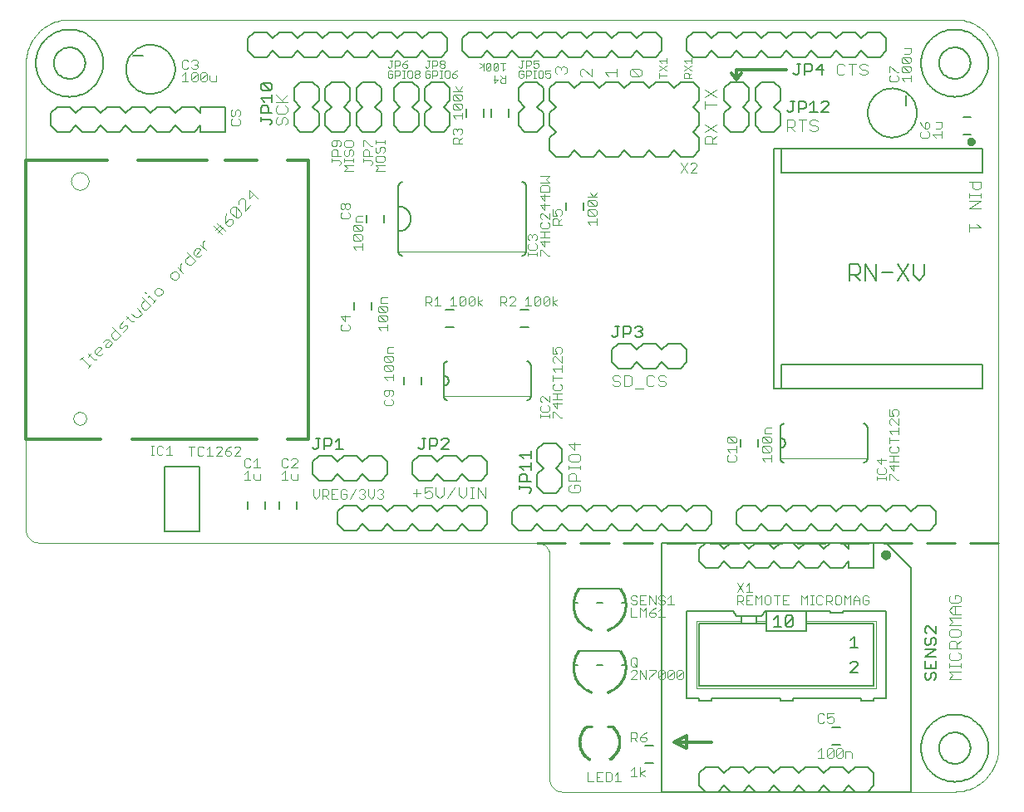
<source format=gto>
G75*
G70*
%OFA0B0*%
%FSLAX24Y24*%
%IPPOS*%
%LPD*%
%AMOC8*
5,1,8,0,0,1.08239X$1,22.5*
%
%ADD10C,0.0000*%
%ADD11C,0.0100*%
%ADD12C,0.0120*%
%ADD13C,0.0030*%
%ADD14C,0.0040*%
%ADD15C,0.0160*%
%ADD16C,0.0060*%
%ADD17C,0.0020*%
%ADD18C,0.0080*%
%ADD19C,0.0050*%
%ADD20C,0.0200*%
%ADD21C,0.0010*%
D10*
X005721Y015221D02*
X025721Y015221D01*
X025765Y015219D01*
X025808Y015213D01*
X025850Y015204D01*
X025892Y015191D01*
X025932Y015174D01*
X025971Y015154D01*
X026008Y015131D01*
X026042Y015104D01*
X026075Y015075D01*
X026104Y015042D01*
X026131Y015008D01*
X026154Y014971D01*
X026174Y014932D01*
X026191Y014892D01*
X026204Y014850D01*
X026213Y014808D01*
X026219Y014765D01*
X026221Y014721D01*
X026221Y005721D01*
X026223Y005677D01*
X026229Y005634D01*
X026238Y005592D01*
X026251Y005550D01*
X026268Y005510D01*
X026288Y005471D01*
X026311Y005434D01*
X026338Y005400D01*
X026367Y005367D01*
X026400Y005338D01*
X026434Y005311D01*
X026471Y005288D01*
X026510Y005268D01*
X026550Y005251D01*
X026592Y005238D01*
X026634Y005229D01*
X026677Y005223D01*
X026721Y005221D01*
X042471Y005221D01*
X042554Y005223D01*
X042637Y005229D01*
X042720Y005239D01*
X042802Y005253D01*
X042884Y005270D01*
X042964Y005292D01*
X043043Y005317D01*
X043121Y005346D01*
X043198Y005379D01*
X043273Y005416D01*
X043346Y005455D01*
X043417Y005499D01*
X043486Y005545D01*
X043553Y005595D01*
X043617Y005648D01*
X043679Y005704D01*
X043738Y005763D01*
X043794Y005825D01*
X043847Y005889D01*
X043897Y005956D01*
X043943Y006025D01*
X043987Y006096D01*
X044026Y006169D01*
X044063Y006244D01*
X044096Y006321D01*
X044125Y006399D01*
X044150Y006478D01*
X044172Y006558D01*
X044189Y006640D01*
X044203Y006722D01*
X044213Y006805D01*
X044219Y006888D01*
X044221Y006971D01*
X044221Y034471D01*
X044219Y034554D01*
X044213Y034637D01*
X044203Y034720D01*
X044189Y034802D01*
X044172Y034884D01*
X044150Y034964D01*
X044125Y035043D01*
X044096Y035121D01*
X044063Y035198D01*
X044026Y035273D01*
X043987Y035346D01*
X043943Y035417D01*
X043897Y035486D01*
X043847Y035553D01*
X043794Y035617D01*
X043738Y035679D01*
X043679Y035738D01*
X043617Y035794D01*
X043553Y035847D01*
X043486Y035897D01*
X043417Y035943D01*
X043346Y035987D01*
X043273Y036026D01*
X043198Y036063D01*
X043121Y036096D01*
X043043Y036125D01*
X042964Y036150D01*
X042884Y036172D01*
X042802Y036189D01*
X042720Y036203D01*
X042637Y036213D01*
X042554Y036219D01*
X042471Y036221D01*
X006971Y036221D01*
X006888Y036219D01*
X006805Y036213D01*
X006722Y036203D01*
X006640Y036189D01*
X006558Y036172D01*
X006478Y036150D01*
X006399Y036125D01*
X006321Y036096D01*
X006244Y036063D01*
X006169Y036026D01*
X006096Y035987D01*
X006025Y035943D01*
X005956Y035897D01*
X005889Y035847D01*
X005825Y035794D01*
X005763Y035738D01*
X005704Y035679D01*
X005648Y035617D01*
X005595Y035553D01*
X005545Y035486D01*
X005499Y035417D01*
X005455Y035346D01*
X005416Y035273D01*
X005379Y035198D01*
X005346Y035121D01*
X005317Y035043D01*
X005292Y034964D01*
X005270Y034884D01*
X005253Y034802D01*
X005239Y034720D01*
X005229Y034637D01*
X005223Y034554D01*
X005221Y034471D01*
X005221Y015721D01*
X005223Y015677D01*
X005229Y015634D01*
X005238Y015592D01*
X005251Y015550D01*
X005268Y015510D01*
X005288Y015471D01*
X005311Y015434D01*
X005338Y015400D01*
X005367Y015367D01*
X005400Y015338D01*
X005434Y015311D01*
X005471Y015288D01*
X005510Y015268D01*
X005550Y015251D01*
X005592Y015238D01*
X005634Y015229D01*
X005677Y015223D01*
X005721Y015221D01*
X007130Y020207D02*
X007132Y020238D01*
X007138Y020269D01*
X007147Y020299D01*
X007160Y020328D01*
X007177Y020355D01*
X007197Y020379D01*
X007219Y020401D01*
X007245Y020420D01*
X007272Y020436D01*
X007301Y020448D01*
X007331Y020457D01*
X007362Y020462D01*
X007394Y020463D01*
X007425Y020460D01*
X007456Y020453D01*
X007486Y020443D01*
X007514Y020429D01*
X007540Y020411D01*
X007564Y020391D01*
X007585Y020367D01*
X007604Y020342D01*
X007619Y020314D01*
X007630Y020285D01*
X007638Y020254D01*
X007642Y020223D01*
X007642Y020191D01*
X007638Y020160D01*
X007630Y020129D01*
X007619Y020100D01*
X007604Y020072D01*
X007585Y020047D01*
X007564Y020023D01*
X007540Y020003D01*
X007514Y019985D01*
X007486Y019971D01*
X007456Y019961D01*
X007425Y019954D01*
X007394Y019951D01*
X007362Y019952D01*
X007331Y019957D01*
X007301Y019966D01*
X007272Y019978D01*
X007245Y019994D01*
X007219Y020013D01*
X007197Y020035D01*
X007177Y020059D01*
X007160Y020086D01*
X007147Y020115D01*
X007138Y020145D01*
X007132Y020176D01*
X007130Y020207D01*
X007032Y029735D02*
X007034Y029772D01*
X007040Y029809D01*
X007049Y029844D01*
X007063Y029879D01*
X007079Y029912D01*
X007100Y029943D01*
X007123Y029972D01*
X007149Y029998D01*
X007178Y030021D01*
X007209Y030042D01*
X007242Y030058D01*
X007277Y030072D01*
X007312Y030081D01*
X007349Y030087D01*
X007386Y030089D01*
X007423Y030087D01*
X007460Y030081D01*
X007495Y030072D01*
X007530Y030058D01*
X007563Y030042D01*
X007594Y030021D01*
X007623Y029998D01*
X007649Y029972D01*
X007672Y029943D01*
X007693Y029912D01*
X007709Y029879D01*
X007723Y029844D01*
X007732Y029809D01*
X007738Y029772D01*
X007740Y029735D01*
X007738Y029698D01*
X007732Y029661D01*
X007723Y029626D01*
X007709Y029591D01*
X007693Y029558D01*
X007672Y029527D01*
X007649Y029498D01*
X007623Y029472D01*
X007594Y029449D01*
X007563Y029428D01*
X007530Y029412D01*
X007495Y029398D01*
X007460Y029389D01*
X007423Y029383D01*
X007386Y029381D01*
X007349Y029383D01*
X007312Y029389D01*
X007277Y029398D01*
X007242Y029412D01*
X007209Y029428D01*
X007178Y029449D01*
X007149Y029472D01*
X007123Y029498D01*
X007100Y029527D01*
X007079Y029558D01*
X007063Y029591D01*
X007049Y029626D01*
X007040Y029661D01*
X007034Y029698D01*
X007032Y029735D01*
D11*
X025721Y015221D02*
X026866Y015221D01*
X027456Y015221D02*
X028601Y015221D01*
X029192Y015221D02*
X030337Y015221D01*
X030927Y015221D02*
X032072Y015221D01*
X032663Y015221D02*
X033808Y015221D01*
X034398Y015221D02*
X035543Y015221D01*
X036134Y015221D02*
X037279Y015221D01*
X037869Y015221D02*
X039014Y015221D01*
X039605Y015221D02*
X040749Y015221D01*
X041340Y015221D02*
X042485Y015221D01*
X043076Y015221D02*
X044220Y015221D01*
X028731Y007841D02*
X028551Y007841D01*
X027911Y007841D02*
X027711Y007841D01*
D12*
X031221Y007221D02*
X031721Y007471D01*
X031721Y006971D01*
X031221Y007221D01*
X032721Y007221D01*
X016559Y019361D02*
X015721Y019361D01*
X016559Y019361D02*
X016559Y030581D01*
X015721Y030581D01*
X014471Y030581D02*
X013221Y030581D01*
X012471Y030581D02*
X009721Y030581D01*
X008471Y030581D02*
X005221Y030581D01*
X005221Y019361D01*
X008221Y019361D01*
X009471Y019361D02*
X014471Y019361D01*
X033521Y034071D02*
X033721Y033821D01*
X033921Y034071D01*
X033721Y034221D02*
X033721Y033821D01*
X033721Y034221D02*
X035721Y034221D01*
D13*
X031906Y034180D02*
X031616Y034374D01*
X031712Y034475D02*
X031616Y034572D01*
X031906Y034572D01*
X031906Y034475D02*
X031906Y034669D01*
X031906Y034374D02*
X031616Y034180D01*
X031664Y034079D02*
X031761Y034079D01*
X031809Y034031D01*
X031809Y033886D01*
X031809Y033983D02*
X031906Y034079D01*
X031906Y033886D02*
X031616Y033886D01*
X031616Y034031D01*
X031664Y034079D01*
X030906Y033983D02*
X030616Y033983D01*
X030616Y034079D02*
X030616Y033886D01*
X030616Y034180D02*
X030906Y034374D01*
X030906Y034475D02*
X030906Y034669D01*
X030906Y034572D02*
X030616Y034572D01*
X030712Y034475D01*
X030616Y034374D02*
X030906Y034180D01*
X031499Y030456D02*
X031746Y030086D01*
X031867Y030086D02*
X032114Y030333D01*
X032114Y030394D01*
X032053Y030456D01*
X031929Y030456D01*
X031867Y030394D01*
X031746Y030456D02*
X031499Y030086D01*
X031867Y030086D02*
X032114Y030086D01*
X028106Y029276D02*
X027982Y029091D01*
X027859Y029276D01*
X027735Y029091D02*
X028106Y029091D01*
X028044Y028969D02*
X028106Y028908D01*
X028106Y028784D01*
X028044Y028722D01*
X027797Y028969D01*
X028044Y028969D01*
X028044Y028722D02*
X027797Y028722D01*
X027735Y028784D01*
X027735Y028908D01*
X027797Y028969D01*
X027797Y028601D02*
X027735Y028539D01*
X027735Y028416D01*
X027797Y028354D01*
X028044Y028354D01*
X027797Y028601D01*
X028044Y028601D01*
X028106Y028539D01*
X028106Y028416D01*
X028044Y028354D01*
X028106Y028233D02*
X028106Y027986D01*
X028106Y028109D02*
X027735Y028109D01*
X027859Y027986D01*
X026706Y027986D02*
X026335Y027986D01*
X026335Y028171D01*
X026397Y028233D01*
X026521Y028233D01*
X026582Y028171D01*
X026582Y027986D01*
X026582Y028109D02*
X026706Y028233D01*
X026644Y028354D02*
X026706Y028416D01*
X026706Y028539D01*
X026644Y028601D01*
X026521Y028601D01*
X026459Y028539D01*
X026459Y028478D01*
X026521Y028354D01*
X026335Y028354D01*
X026335Y028601D01*
X022706Y031236D02*
X022335Y031236D01*
X022335Y031421D01*
X022397Y031483D01*
X022521Y031483D01*
X022582Y031421D01*
X022582Y031236D01*
X022582Y031359D02*
X022706Y031483D01*
X022644Y031604D02*
X022706Y031666D01*
X022706Y031789D01*
X022644Y031851D01*
X022582Y031851D01*
X022521Y031789D01*
X022521Y031728D01*
X022521Y031789D02*
X022459Y031851D01*
X022397Y031851D01*
X022335Y031789D01*
X022335Y031666D01*
X022397Y031604D01*
X022459Y032236D02*
X022335Y032359D01*
X022706Y032359D01*
X022706Y032236D02*
X022706Y032483D01*
X022644Y032604D02*
X022706Y032666D01*
X022706Y032789D01*
X022644Y032851D01*
X022397Y032851D01*
X022644Y032604D01*
X022397Y032604D01*
X022335Y032666D01*
X022335Y032789D01*
X022397Y032851D01*
X022397Y032972D02*
X022335Y033034D01*
X022335Y033158D01*
X022397Y033219D01*
X022644Y032972D01*
X022706Y033034D01*
X022706Y033158D01*
X022644Y033219D01*
X022397Y033219D01*
X022335Y033341D02*
X022706Y033341D01*
X022582Y033341D02*
X022706Y033526D01*
X022582Y033341D02*
X022459Y033526D01*
X022461Y033886D02*
X022510Y033934D01*
X022510Y033983D01*
X022461Y034031D01*
X022316Y034031D01*
X022316Y033934D01*
X022364Y033886D01*
X022461Y033886D01*
X022316Y034031D02*
X022413Y034128D01*
X022510Y034176D01*
X022215Y034128D02*
X022167Y034176D01*
X022070Y034176D01*
X022021Y034128D01*
X022021Y033934D01*
X022070Y033886D01*
X022167Y033886D01*
X022215Y033934D01*
X022215Y034128D01*
X022019Y034334D02*
X022019Y034383D01*
X021970Y034431D01*
X021873Y034431D01*
X021825Y034479D01*
X021825Y034528D01*
X021873Y034576D01*
X021970Y034576D01*
X022019Y034528D01*
X022019Y034479D01*
X021970Y034431D01*
X021873Y034431D02*
X021825Y034383D01*
X021825Y034334D01*
X021873Y034286D01*
X021970Y034286D01*
X022019Y034334D01*
X021922Y034176D02*
X021825Y034176D01*
X021873Y034176D02*
X021873Y033886D01*
X021825Y033886D02*
X021922Y033886D01*
X021724Y034031D02*
X021676Y033983D01*
X021530Y033983D01*
X021530Y033886D02*
X021530Y034176D01*
X021676Y034176D01*
X021724Y034128D01*
X021724Y034031D01*
X021429Y034031D02*
X021429Y033934D01*
X021381Y033886D01*
X021284Y033886D01*
X021236Y033934D01*
X021236Y034128D01*
X021284Y034176D01*
X021381Y034176D01*
X021429Y034128D01*
X021429Y034031D02*
X021333Y034031D01*
X021333Y034286D02*
X021381Y034334D01*
X021381Y034576D01*
X021333Y034576D02*
X021429Y034576D01*
X021530Y034576D02*
X021676Y034576D01*
X021724Y034528D01*
X021724Y034431D01*
X021676Y034383D01*
X021530Y034383D01*
X021530Y034286D02*
X021530Y034576D01*
X021333Y034286D02*
X021284Y034286D01*
X021236Y034334D01*
X021010Y034128D02*
X021010Y034079D01*
X020961Y034031D01*
X020864Y034031D01*
X020816Y034079D01*
X020816Y034128D01*
X020864Y034176D01*
X020961Y034176D01*
X021010Y034128D01*
X020961Y034031D02*
X021010Y033983D01*
X021010Y033934D01*
X020961Y033886D01*
X020864Y033886D01*
X020816Y033934D01*
X020816Y033983D01*
X020864Y034031D01*
X020715Y034128D02*
X020667Y034176D01*
X020570Y034176D01*
X020521Y034128D01*
X020521Y033934D01*
X020570Y033886D01*
X020667Y033886D01*
X020715Y033934D01*
X020715Y034128D01*
X020519Y034334D02*
X020519Y034383D01*
X020470Y034431D01*
X020325Y034431D01*
X020325Y034334D01*
X020373Y034286D01*
X020470Y034286D01*
X020519Y034334D01*
X020422Y034176D02*
X020325Y034176D01*
X020373Y034176D02*
X020373Y033886D01*
X020325Y033886D02*
X020422Y033886D01*
X020224Y034031D02*
X020176Y033983D01*
X020030Y033983D01*
X020030Y033886D02*
X020030Y034176D01*
X020176Y034176D01*
X020224Y034128D01*
X020224Y034031D01*
X019929Y034031D02*
X019929Y033934D01*
X019881Y033886D01*
X019784Y033886D01*
X019736Y033934D01*
X019736Y034128D01*
X019784Y034176D01*
X019881Y034176D01*
X019929Y034128D01*
X019929Y034031D02*
X019833Y034031D01*
X019833Y034286D02*
X019881Y034334D01*
X019881Y034576D01*
X019833Y034576D02*
X019929Y034576D01*
X020030Y034576D02*
X020176Y034576D01*
X020224Y034528D01*
X020224Y034431D01*
X020176Y034383D01*
X020030Y034383D01*
X020030Y034286D02*
X020030Y034576D01*
X020325Y034431D02*
X020422Y034528D01*
X020519Y034576D01*
X019833Y034286D02*
X019784Y034286D01*
X019736Y034334D01*
X022397Y032972D02*
X022644Y032972D01*
X023427Y034262D02*
X023572Y034359D01*
X023427Y034456D01*
X023572Y034456D02*
X023572Y034166D01*
X023673Y034214D02*
X023866Y034407D01*
X023818Y034456D01*
X023721Y034456D01*
X023673Y034407D01*
X023673Y034214D01*
X023721Y034166D01*
X023818Y034166D01*
X023866Y034214D01*
X023866Y034407D01*
X023968Y034407D02*
X024016Y034456D01*
X024113Y034456D01*
X024161Y034407D01*
X023968Y034214D01*
X023968Y034407D01*
X023968Y034214D02*
X024016Y034166D01*
X024113Y034166D01*
X024161Y034214D01*
X024161Y034407D01*
X024262Y034456D02*
X024456Y034456D01*
X024359Y034456D02*
X024359Y034166D01*
X024456Y034262D01*
X024456Y033956D02*
X024456Y033666D01*
X024311Y033666D01*
X024262Y033714D01*
X024262Y033811D01*
X024311Y033859D01*
X024456Y033859D01*
X024359Y033859D02*
X024262Y033956D01*
X024161Y033811D02*
X023968Y033811D01*
X024016Y033956D02*
X024016Y033666D01*
X024161Y033811D01*
X024986Y033934D02*
X025034Y033886D01*
X025131Y033886D01*
X025179Y033934D01*
X025179Y034031D01*
X025083Y034031D01*
X025179Y034128D02*
X025131Y034176D01*
X025034Y034176D01*
X024986Y034128D01*
X024986Y033934D01*
X025280Y033886D02*
X025280Y034176D01*
X025426Y034176D01*
X025474Y034128D01*
X025474Y034031D01*
X025426Y033983D01*
X025280Y033983D01*
X025280Y034286D02*
X025280Y034576D01*
X025426Y034576D01*
X025474Y034528D01*
X025474Y034431D01*
X025426Y034383D01*
X025280Y034383D01*
X025131Y034334D02*
X025131Y034576D01*
X025083Y034576D02*
X025179Y034576D01*
X025131Y034334D02*
X025083Y034286D01*
X025034Y034286D01*
X024986Y034334D01*
X025575Y034334D02*
X025623Y034286D01*
X025720Y034286D01*
X025769Y034334D01*
X025769Y034431D01*
X025720Y034479D01*
X025672Y034479D01*
X025575Y034431D01*
X025575Y034576D01*
X025769Y034576D01*
X025820Y034176D02*
X025771Y034128D01*
X025771Y033934D01*
X025820Y033886D01*
X025917Y033886D01*
X025965Y033934D01*
X025965Y034128D01*
X025917Y034176D01*
X025820Y034176D01*
X025672Y034176D02*
X025575Y034176D01*
X025623Y034176D02*
X025623Y033886D01*
X025575Y033886D02*
X025672Y033886D01*
X026066Y033934D02*
X026114Y033886D01*
X026211Y033886D01*
X026260Y033934D01*
X026260Y034031D01*
X026211Y034079D01*
X026163Y034079D01*
X026066Y034031D01*
X026066Y034176D01*
X026260Y034176D01*
X019606Y031364D02*
X019606Y031240D01*
X019606Y031302D02*
X019235Y031302D01*
X019235Y031240D02*
X019235Y031364D01*
X019297Y031119D02*
X019235Y031057D01*
X019235Y030934D01*
X019297Y030872D01*
X019359Y030872D01*
X019421Y030934D01*
X019421Y031057D01*
X019482Y031119D01*
X019544Y031119D01*
X019606Y031057D01*
X019606Y030934D01*
X019544Y030872D01*
X019544Y030750D02*
X019297Y030750D01*
X019235Y030689D01*
X019235Y030565D01*
X019297Y030504D01*
X019544Y030504D01*
X019606Y030565D01*
X019606Y030689D01*
X019544Y030750D01*
X019606Y030382D02*
X019235Y030382D01*
X019359Y030259D01*
X019235Y030135D01*
X019606Y030135D01*
X018356Y030135D02*
X017985Y030135D01*
X018109Y030259D01*
X017985Y030382D01*
X018356Y030382D01*
X018356Y030504D02*
X018356Y030627D01*
X018356Y030565D02*
X017985Y030565D01*
X017985Y030504D02*
X017985Y030627D01*
X018047Y030749D02*
X018109Y030749D01*
X018171Y030811D01*
X018171Y030934D01*
X018232Y030996D01*
X018294Y030996D01*
X018356Y030934D01*
X018356Y030811D01*
X018294Y030749D01*
X018047Y030749D02*
X017985Y030811D01*
X017985Y030934D01*
X018047Y030996D01*
X018047Y031117D02*
X018294Y031117D01*
X018356Y031179D01*
X018356Y031303D01*
X018294Y031364D01*
X018047Y031364D01*
X017985Y031303D01*
X017985Y031179D01*
X018047Y031117D01*
X018082Y028851D02*
X018144Y028851D01*
X018206Y028789D01*
X018206Y028666D01*
X018144Y028604D01*
X018082Y028604D01*
X018021Y028666D01*
X018021Y028789D01*
X018082Y028851D01*
X018021Y028789D02*
X017959Y028851D01*
X017897Y028851D01*
X017835Y028789D01*
X017835Y028666D01*
X017897Y028604D01*
X017959Y028604D01*
X018021Y028666D01*
X018144Y028483D02*
X018206Y028421D01*
X018206Y028297D01*
X018144Y028236D01*
X017897Y028236D01*
X017835Y028297D01*
X017835Y028421D01*
X017897Y028483D01*
X018459Y028276D02*
X018521Y028338D01*
X018706Y028338D01*
X018706Y028091D02*
X018459Y028091D01*
X018459Y028276D01*
X018397Y027969D02*
X018644Y027722D01*
X018706Y027784D01*
X018706Y027908D01*
X018644Y027969D01*
X018397Y027969D01*
X018335Y027908D01*
X018335Y027784D01*
X018397Y027722D01*
X018644Y027722D01*
X018644Y027601D02*
X018706Y027539D01*
X018706Y027416D01*
X018644Y027354D01*
X018397Y027601D01*
X018644Y027601D01*
X018397Y027601D02*
X018335Y027539D01*
X018335Y027416D01*
X018397Y027354D01*
X018644Y027354D01*
X018706Y027233D02*
X018706Y026986D01*
X018706Y027109D02*
X018335Y027109D01*
X018459Y026986D01*
X019521Y025088D02*
X019706Y025088D01*
X019521Y025088D02*
X019459Y025026D01*
X019459Y024841D01*
X019706Y024841D01*
X019644Y024719D02*
X019706Y024658D01*
X019706Y024534D01*
X019644Y024472D01*
X019397Y024719D01*
X019644Y024719D01*
X019644Y024472D02*
X019397Y024472D01*
X019335Y024534D01*
X019335Y024658D01*
X019397Y024719D01*
X019397Y024351D02*
X019644Y024104D01*
X019706Y024166D01*
X019706Y024289D01*
X019644Y024351D01*
X019397Y024351D01*
X019335Y024289D01*
X019335Y024166D01*
X019397Y024104D01*
X019644Y024104D01*
X019706Y023983D02*
X019706Y023736D01*
X019706Y023859D02*
X019335Y023859D01*
X019459Y023736D01*
X019771Y023088D02*
X019956Y023088D01*
X019771Y023088D02*
X019709Y023026D01*
X019709Y022841D01*
X019956Y022841D01*
X019894Y022719D02*
X019956Y022658D01*
X019956Y022534D01*
X019894Y022472D01*
X019647Y022719D01*
X019894Y022719D01*
X019894Y022472D02*
X019647Y022472D01*
X019585Y022534D01*
X019585Y022658D01*
X019647Y022719D01*
X019647Y022351D02*
X019894Y022104D01*
X019956Y022166D01*
X019956Y022289D01*
X019894Y022351D01*
X019647Y022351D01*
X019585Y022289D01*
X019585Y022166D01*
X019647Y022104D01*
X019894Y022104D01*
X019956Y021983D02*
X019956Y021736D01*
X019956Y021859D02*
X019585Y021859D01*
X019709Y021736D01*
X019771Y021351D02*
X019771Y021166D01*
X019709Y021104D01*
X019647Y021104D01*
X019585Y021166D01*
X019585Y021289D01*
X019647Y021351D01*
X019894Y021351D01*
X019956Y021289D01*
X019956Y021166D01*
X019894Y021104D01*
X019894Y020983D02*
X019956Y020921D01*
X019956Y020797D01*
X019894Y020736D01*
X019647Y020736D01*
X019585Y020797D01*
X019585Y020921D01*
X019647Y020983D01*
X018144Y023736D02*
X018206Y023797D01*
X018206Y023921D01*
X018144Y023983D01*
X018021Y024104D02*
X018021Y024351D01*
X018206Y024289D02*
X017835Y024289D01*
X018021Y024104D01*
X017897Y023983D02*
X017835Y023921D01*
X017835Y023797D01*
X017897Y023736D01*
X018144Y023736D01*
X021236Y024736D02*
X021236Y025106D01*
X021421Y025106D01*
X021483Y025044D01*
X021483Y024921D01*
X021421Y024859D01*
X021236Y024859D01*
X021359Y024859D02*
X021483Y024736D01*
X021604Y024736D02*
X021851Y024736D01*
X021728Y024736D02*
X021728Y025106D01*
X021604Y024983D01*
X022236Y024983D02*
X022359Y025106D01*
X022359Y024736D01*
X022236Y024736D02*
X022483Y024736D01*
X022604Y024797D02*
X022851Y025044D01*
X022851Y024797D01*
X022789Y024736D01*
X022666Y024736D01*
X022604Y024797D01*
X022604Y025044D01*
X022666Y025106D01*
X022789Y025106D01*
X022851Y025044D01*
X022972Y025044D02*
X023034Y025106D01*
X023158Y025106D01*
X023219Y025044D01*
X022972Y024797D01*
X023034Y024736D01*
X023158Y024736D01*
X023219Y024797D01*
X023219Y025044D01*
X023341Y025106D02*
X023341Y024736D01*
X023341Y024859D02*
X023526Y024983D01*
X023341Y024859D02*
X023526Y024736D01*
X022972Y024797D02*
X022972Y025044D01*
X024236Y025106D02*
X024236Y024736D01*
X024236Y024859D02*
X024421Y024859D01*
X024483Y024921D01*
X024483Y025044D01*
X024421Y025106D01*
X024236Y025106D01*
X024359Y024859D02*
X024483Y024736D01*
X024604Y024736D02*
X024851Y024983D01*
X024851Y025044D01*
X024789Y025106D01*
X024666Y025106D01*
X024604Y025044D01*
X024604Y024736D02*
X024851Y024736D01*
X025236Y024736D02*
X025483Y024736D01*
X025359Y024736D02*
X025359Y025106D01*
X025236Y024983D01*
X025604Y025044D02*
X025666Y025106D01*
X025789Y025106D01*
X025851Y025044D01*
X025604Y024797D01*
X025666Y024736D01*
X025789Y024736D01*
X025851Y024797D01*
X025851Y025044D01*
X025972Y025044D02*
X026034Y025106D01*
X026158Y025106D01*
X026219Y025044D01*
X025972Y024797D01*
X026034Y024736D01*
X026158Y024736D01*
X026219Y024797D01*
X026219Y025044D01*
X026341Y025106D02*
X026341Y024736D01*
X026341Y024859D02*
X026526Y024983D01*
X026341Y024859D02*
X026526Y024736D01*
X025972Y024797D02*
X025972Y025044D01*
X025604Y025044D02*
X025604Y024797D01*
X033335Y019408D02*
X033397Y019469D01*
X033644Y019222D01*
X033706Y019284D01*
X033706Y019408D01*
X033644Y019469D01*
X033397Y019469D01*
X033335Y019408D02*
X033335Y019284D01*
X033397Y019222D01*
X033644Y019222D01*
X033706Y019101D02*
X033706Y018854D01*
X033706Y018978D02*
X033335Y018978D01*
X033459Y018854D01*
X033397Y018733D02*
X033335Y018671D01*
X033335Y018547D01*
X033397Y018486D01*
X033644Y018486D01*
X033706Y018547D01*
X033706Y018671D01*
X033644Y018733D01*
X034735Y018609D02*
X035106Y018609D01*
X035106Y018486D02*
X035106Y018733D01*
X035044Y018854D02*
X034797Y019101D01*
X035044Y019101D01*
X035106Y019039D01*
X035106Y018916D01*
X035044Y018854D01*
X034797Y018854D01*
X034735Y018916D01*
X034735Y019039D01*
X034797Y019101D01*
X034797Y019222D02*
X034735Y019284D01*
X034735Y019408D01*
X034797Y019469D01*
X035044Y019222D01*
X035106Y019284D01*
X035106Y019408D01*
X035044Y019469D01*
X034797Y019469D01*
X034859Y019591D02*
X034859Y019776D01*
X034921Y019838D01*
X035106Y019838D01*
X035106Y019591D02*
X034859Y019591D01*
X034797Y019222D02*
X035044Y019222D01*
X034735Y018609D02*
X034859Y018486D01*
X037047Y008356D02*
X036986Y008294D01*
X036986Y008047D01*
X037047Y007986D01*
X037171Y007986D01*
X037233Y008047D01*
X037354Y008047D02*
X037416Y007986D01*
X037539Y007986D01*
X037601Y008047D01*
X037601Y008171D01*
X037539Y008233D01*
X037478Y008233D01*
X037354Y008171D01*
X037354Y008356D01*
X037601Y008356D01*
X037233Y008294D02*
X037171Y008356D01*
X037047Y008356D01*
X037109Y006956D02*
X037109Y006586D01*
X036986Y006586D02*
X037233Y006586D01*
X037354Y006647D02*
X037601Y006894D01*
X037601Y006647D01*
X037539Y006586D01*
X037416Y006586D01*
X037354Y006647D01*
X037354Y006894D01*
X037416Y006956D01*
X037539Y006956D01*
X037601Y006894D01*
X037722Y006894D02*
X037784Y006956D01*
X037908Y006956D01*
X037969Y006894D01*
X037722Y006647D01*
X037784Y006586D01*
X037908Y006586D01*
X037969Y006647D01*
X037969Y006894D01*
X038091Y006833D02*
X038276Y006833D01*
X038338Y006771D01*
X038338Y006586D01*
X038091Y006586D02*
X038091Y006833D01*
X037722Y006894D02*
X037722Y006647D01*
X037109Y006956D02*
X036986Y006833D01*
X030101Y007297D02*
X030039Y007236D01*
X029916Y007236D01*
X029854Y007297D01*
X029854Y007421D01*
X030039Y007421D01*
X030101Y007359D01*
X030101Y007297D01*
X029978Y007544D02*
X029854Y007421D01*
X029733Y007421D02*
X029671Y007359D01*
X029486Y007359D01*
X029609Y007359D02*
X029733Y007236D01*
X029733Y007421D02*
X029733Y007544D01*
X029671Y007606D01*
X029486Y007606D01*
X029486Y007236D01*
X029978Y007544D02*
X030101Y007606D01*
X029854Y006206D02*
X029854Y005836D01*
X029733Y005836D02*
X029486Y005836D01*
X029609Y005836D02*
X029609Y006206D01*
X029486Y006083D01*
X029854Y005959D02*
X030039Y006083D01*
X029854Y005959D02*
X030039Y005836D01*
X019499Y016986D02*
X019376Y016986D01*
X019314Y017047D01*
X019192Y017109D02*
X019192Y017356D01*
X019314Y017294D02*
X019376Y017356D01*
X019499Y017356D01*
X019561Y017294D01*
X019561Y017233D01*
X019499Y017171D01*
X019561Y017109D01*
X019561Y017047D01*
X019499Y016986D01*
X019499Y017171D02*
X019437Y017171D01*
X019192Y017109D02*
X019069Y016986D01*
X018946Y017109D01*
X018946Y017356D01*
X018824Y017294D02*
X018824Y017233D01*
X018762Y017171D01*
X018824Y017109D01*
X018824Y017047D01*
X018762Y016986D01*
X018639Y016986D01*
X018577Y017047D01*
X018701Y017171D02*
X018762Y017171D01*
X018824Y017294D02*
X018762Y017356D01*
X018639Y017356D01*
X018577Y017294D01*
X018456Y017356D02*
X018209Y016986D01*
X018088Y017047D02*
X018088Y017171D01*
X017964Y017171D01*
X017841Y017294D02*
X017841Y017047D01*
X017902Y016986D01*
X018026Y016986D01*
X018088Y017047D01*
X018088Y017294D02*
X018026Y017356D01*
X017902Y017356D01*
X017841Y017294D01*
X017719Y017356D02*
X017472Y017356D01*
X017472Y016986D01*
X017719Y016986D01*
X017596Y017171D02*
X017472Y017171D01*
X017351Y017171D02*
X017289Y017109D01*
X017104Y017109D01*
X016983Y017109D02*
X016983Y017356D01*
X017104Y017356D02*
X017289Y017356D01*
X017351Y017294D01*
X017351Y017171D01*
X017228Y017109D02*
X017351Y016986D01*
X017104Y016986D02*
X017104Y017356D01*
X016983Y017109D02*
X016859Y016986D01*
X016736Y017109D01*
X016736Y017356D01*
X016101Y017736D02*
X016101Y017983D01*
X015854Y017983D02*
X015854Y017797D01*
X015916Y017736D01*
X016101Y017736D01*
X015733Y017736D02*
X015486Y017736D01*
X015609Y017736D02*
X015609Y018106D01*
X015486Y017983D01*
X015547Y018236D02*
X015671Y018236D01*
X015733Y018297D01*
X015854Y018236D02*
X016101Y018483D01*
X016101Y018544D01*
X016039Y018606D01*
X015916Y018606D01*
X015854Y018544D01*
X015733Y018544D02*
X015671Y018606D01*
X015547Y018606D01*
X015486Y018544D01*
X015486Y018297D01*
X015547Y018236D01*
X015854Y018236D02*
X016101Y018236D01*
X014601Y018236D02*
X014354Y018236D01*
X014478Y018236D02*
X014478Y018606D01*
X014354Y018483D01*
X014233Y018544D02*
X014171Y018606D01*
X014047Y018606D01*
X013986Y018544D01*
X013986Y018297D01*
X014047Y018236D01*
X014171Y018236D01*
X014233Y018297D01*
X014109Y018106D02*
X014109Y017736D01*
X013986Y017736D02*
X014233Y017736D01*
X014354Y017797D02*
X014416Y017736D01*
X014601Y017736D01*
X014601Y017983D01*
X014354Y017983D02*
X014354Y017797D01*
X014109Y018106D02*
X013986Y017983D01*
X013824Y018716D02*
X013577Y018716D01*
X013824Y018963D01*
X013824Y019024D01*
X013762Y019086D01*
X013639Y019086D01*
X013577Y019024D01*
X013456Y019086D02*
X013332Y019024D01*
X013209Y018901D01*
X013394Y018901D01*
X013456Y018839D01*
X013456Y018777D01*
X013394Y018716D01*
X013271Y018716D01*
X013209Y018777D01*
X013209Y018901D01*
X013088Y018963D02*
X013088Y019024D01*
X013026Y019086D01*
X012902Y019086D01*
X012841Y019024D01*
X012596Y019086D02*
X012596Y018716D01*
X012719Y018716D02*
X012472Y018716D01*
X012351Y018777D02*
X012289Y018716D01*
X012166Y018716D01*
X012104Y018777D01*
X012104Y019024D01*
X012166Y019086D01*
X012289Y019086D01*
X012351Y019024D01*
X012472Y018963D02*
X012596Y019086D01*
X012841Y018716D02*
X013088Y018963D01*
X013088Y018716D02*
X012841Y018716D01*
X011983Y019086D02*
X011736Y019086D01*
X011859Y019086D02*
X011859Y018716D01*
X011096Y018736D02*
X010850Y018736D01*
X010973Y018736D02*
X010973Y019106D01*
X010850Y018983D01*
X010728Y019044D02*
X010666Y019106D01*
X010543Y019106D01*
X010481Y019044D01*
X010481Y018797D01*
X010543Y018736D01*
X010666Y018736D01*
X010728Y018797D01*
X010359Y018736D02*
X010236Y018736D01*
X010297Y018736D02*
X010297Y019106D01*
X010236Y019106D02*
X010359Y019106D01*
X013497Y031986D02*
X013744Y031986D01*
X013806Y032047D01*
X013806Y032171D01*
X013744Y032233D01*
X013744Y032354D02*
X013806Y032416D01*
X013806Y032539D01*
X013744Y032601D01*
X013682Y032601D01*
X013621Y032539D01*
X013621Y032416D01*
X013559Y032354D01*
X013497Y032354D01*
X013435Y032416D01*
X013435Y032539D01*
X013497Y032601D01*
X013497Y032233D02*
X013435Y032171D01*
X013435Y032047D01*
X013497Y031986D01*
X012838Y033736D02*
X012838Y033983D01*
X012838Y033736D02*
X012652Y033736D01*
X012591Y033797D01*
X012591Y033983D01*
X012469Y034044D02*
X012222Y033797D01*
X012284Y033736D01*
X012408Y033736D01*
X012469Y033797D01*
X012469Y034044D01*
X012408Y034106D01*
X012284Y034106D01*
X012222Y034044D01*
X012222Y033797D01*
X012101Y033797D02*
X012101Y034044D01*
X011854Y033797D01*
X011916Y033736D01*
X012039Y033736D01*
X012101Y033797D01*
X011854Y033797D02*
X011854Y034044D01*
X011916Y034106D01*
X012039Y034106D01*
X012101Y034044D01*
X012039Y034236D02*
X011916Y034236D01*
X011854Y034297D01*
X011733Y034297D02*
X011671Y034236D01*
X011547Y034236D01*
X011486Y034297D01*
X011486Y034544D01*
X011547Y034606D01*
X011671Y034606D01*
X011733Y034544D01*
X011854Y034544D02*
X011916Y034606D01*
X012039Y034606D01*
X012101Y034544D01*
X012101Y034483D01*
X012039Y034421D01*
X012101Y034359D01*
X012101Y034297D01*
X012039Y034236D01*
X012039Y034421D02*
X011978Y034421D01*
X011609Y034106D02*
X011486Y033983D01*
X011609Y034106D02*
X011609Y033736D01*
X011486Y033736D02*
X011733Y033736D01*
X039835Y033797D02*
X039897Y033736D01*
X040144Y033736D01*
X040206Y033797D01*
X040206Y033921D01*
X040144Y033983D01*
X040144Y034104D02*
X040206Y034104D01*
X040144Y034104D02*
X039897Y034351D01*
X039835Y034351D01*
X039835Y034104D01*
X039897Y033983D02*
X039835Y033921D01*
X039835Y033797D01*
X040335Y033859D02*
X040706Y033859D01*
X040706Y033736D02*
X040706Y033983D01*
X040644Y034104D02*
X040397Y034351D01*
X040644Y034351D01*
X040706Y034289D01*
X040706Y034166D01*
X040644Y034104D01*
X040397Y034104D01*
X040335Y034166D01*
X040335Y034289D01*
X040397Y034351D01*
X040397Y034472D02*
X040335Y034534D01*
X040335Y034658D01*
X040397Y034719D01*
X040644Y034472D01*
X040706Y034534D01*
X040706Y034658D01*
X040644Y034719D01*
X040397Y034719D01*
X040459Y034841D02*
X040644Y034841D01*
X040706Y034902D01*
X040706Y035088D01*
X040459Y035088D01*
X040397Y034472D02*
X040644Y034472D01*
X040335Y033859D02*
X040459Y033736D01*
X041085Y032101D02*
X041147Y031978D01*
X041271Y031854D01*
X041271Y032039D01*
X041332Y032101D01*
X041394Y032101D01*
X041456Y032039D01*
X041456Y031916D01*
X041394Y031854D01*
X041271Y031854D01*
X041394Y031733D02*
X041456Y031671D01*
X041456Y031547D01*
X041394Y031486D01*
X041147Y031486D01*
X041085Y031547D01*
X041085Y031671D01*
X041147Y031733D01*
X041585Y031609D02*
X041709Y031486D01*
X041585Y031609D02*
X041956Y031609D01*
X041956Y031486D02*
X041956Y031733D01*
X041894Y031854D02*
X041956Y031916D01*
X041956Y032101D01*
X041709Y032101D01*
X041709Y031854D02*
X041894Y031854D01*
D14*
X043041Y029701D02*
X043501Y029701D01*
X043501Y029471D01*
X043424Y029394D01*
X043271Y029394D01*
X043194Y029471D01*
X043194Y029701D01*
X043041Y029240D02*
X043041Y029087D01*
X043041Y029164D02*
X043501Y029164D01*
X043501Y029240D02*
X043501Y029087D01*
X043501Y028934D02*
X043041Y028627D01*
X043501Y028627D01*
X043501Y028934D02*
X043041Y028934D01*
X043041Y028013D02*
X043041Y027706D01*
X043041Y027859D02*
X043501Y027859D01*
X043348Y028013D01*
X036968Y031817D02*
X036892Y031741D01*
X036738Y031741D01*
X036661Y031817D01*
X036738Y031971D02*
X036892Y031971D01*
X036968Y031894D01*
X036968Y031817D01*
X036738Y031971D02*
X036661Y032048D01*
X036661Y032124D01*
X036738Y032201D01*
X036892Y032201D01*
X036968Y032124D01*
X036508Y032201D02*
X036201Y032201D01*
X036355Y032201D02*
X036355Y031741D01*
X036048Y031741D02*
X035894Y031894D01*
X035971Y031894D02*
X035741Y031894D01*
X035741Y031741D02*
X035741Y032201D01*
X035971Y032201D01*
X036048Y032124D01*
X036048Y031971D01*
X035971Y031894D01*
X037817Y033991D02*
X037971Y033991D01*
X038048Y034067D01*
X037817Y033991D02*
X037741Y034067D01*
X037741Y034374D01*
X037817Y034451D01*
X037971Y034451D01*
X038048Y034374D01*
X038201Y034451D02*
X038508Y034451D01*
X038355Y034451D02*
X038355Y033991D01*
X038661Y034067D02*
X038738Y033991D01*
X038892Y033991D01*
X038968Y034067D01*
X038968Y034144D01*
X038892Y034221D01*
X038738Y034221D01*
X038661Y034298D01*
X038661Y034374D01*
X038738Y034451D01*
X038892Y034451D01*
X038968Y034374D01*
X032901Y033408D02*
X032440Y033101D01*
X032440Y032948D02*
X032440Y032641D01*
X032440Y032794D02*
X032901Y032794D01*
X032901Y033101D02*
X032440Y033408D01*
X032440Y032008D02*
X032901Y031701D01*
X032901Y031548D02*
X032747Y031394D01*
X032747Y031471D02*
X032747Y031241D01*
X032901Y031241D02*
X032440Y031241D01*
X032440Y031471D01*
X032517Y031548D01*
X032671Y031548D01*
X032747Y031471D01*
X032440Y031701D02*
X032901Y032008D01*
X029901Y034017D02*
X029824Y033941D01*
X029517Y034248D01*
X029824Y034248D01*
X029901Y034171D01*
X029901Y034017D01*
X029824Y033941D02*
X029517Y033941D01*
X029440Y034017D01*
X029440Y034171D01*
X029517Y034248D01*
X028901Y034248D02*
X028901Y033941D01*
X028901Y034094D02*
X028440Y034094D01*
X028594Y033941D01*
X027901Y033941D02*
X027901Y034248D01*
X027901Y033941D02*
X027594Y034248D01*
X027517Y034248D01*
X027440Y034171D01*
X027440Y034017D01*
X027517Y033941D01*
X026901Y034117D02*
X026824Y034041D01*
X026901Y034117D02*
X026901Y034271D01*
X026824Y034348D01*
X026747Y034348D01*
X026671Y034271D01*
X026671Y034194D01*
X026671Y034271D02*
X026594Y034348D01*
X026517Y034348D01*
X026440Y034271D01*
X026440Y034117D01*
X026517Y034041D01*
X026201Y029927D02*
X025841Y029927D01*
X025841Y029687D02*
X026201Y029687D01*
X026081Y029807D01*
X026201Y029927D01*
X026141Y029559D02*
X025901Y029559D01*
X025841Y029499D01*
X025841Y029319D01*
X026201Y029319D01*
X026201Y029499D01*
X026141Y029559D01*
X026021Y029191D02*
X026021Y028951D01*
X025841Y029131D01*
X026201Y029131D01*
X026021Y028823D02*
X026021Y028582D01*
X025841Y028762D01*
X026201Y028762D01*
X026201Y028454D02*
X026201Y028214D01*
X025961Y028454D01*
X025901Y028454D01*
X025841Y028394D01*
X025841Y028274D01*
X025901Y028214D01*
X025901Y028086D02*
X025841Y028026D01*
X025841Y027906D01*
X025901Y027846D01*
X026141Y027846D01*
X026201Y027906D01*
X026201Y028026D01*
X026141Y028086D01*
X026201Y027718D02*
X025841Y027718D01*
X026021Y027718D02*
X026021Y027477D01*
X026021Y027349D02*
X026021Y027109D01*
X025841Y027289D01*
X026201Y027289D01*
X026201Y027477D02*
X025841Y027477D01*
X025701Y027535D02*
X025701Y027415D01*
X025641Y027355D01*
X025641Y027226D02*
X025701Y027166D01*
X025701Y027046D01*
X025641Y026986D01*
X025401Y026986D01*
X025341Y027046D01*
X025341Y027166D01*
X025401Y027226D01*
X025401Y027355D02*
X025341Y027415D01*
X025341Y027535D01*
X025401Y027595D01*
X025461Y027595D01*
X025521Y027535D01*
X025581Y027595D01*
X025641Y027595D01*
X025701Y027535D01*
X025521Y027535D02*
X025521Y027475D01*
X025841Y026981D02*
X025901Y026981D01*
X026141Y026741D01*
X026201Y026741D01*
X025841Y026741D02*
X025841Y026981D01*
X025701Y026861D02*
X025701Y026741D01*
X025701Y026801D02*
X025341Y026801D01*
X025341Y026741D02*
X025341Y026861D01*
X026341Y023059D02*
X026341Y022819D01*
X026521Y022819D01*
X026461Y022939D01*
X026461Y022999D01*
X026521Y023059D01*
X026641Y023059D01*
X026701Y022999D01*
X026701Y022879D01*
X026641Y022819D01*
X026701Y022691D02*
X026701Y022451D01*
X026461Y022691D01*
X026401Y022691D01*
X026341Y022631D01*
X026341Y022511D01*
X026401Y022451D01*
X026341Y022202D02*
X026701Y022202D01*
X026701Y022082D02*
X026701Y022323D01*
X026461Y022082D02*
X026341Y022202D01*
X026341Y021954D02*
X026341Y021714D01*
X026341Y021834D02*
X026701Y021834D01*
X026641Y021586D02*
X026701Y021526D01*
X026701Y021406D01*
X026641Y021346D01*
X026401Y021346D01*
X026341Y021406D01*
X026341Y021526D01*
X026401Y021586D01*
X026341Y021218D02*
X026701Y021218D01*
X026521Y021218D02*
X026521Y020977D01*
X026521Y020849D02*
X026521Y020609D01*
X026341Y020789D01*
X026701Y020789D01*
X026701Y020977D02*
X026341Y020977D01*
X026201Y021095D02*
X026201Y020855D01*
X025961Y021095D01*
X025901Y021095D01*
X025841Y021035D01*
X025841Y020915D01*
X025901Y020855D01*
X025901Y020726D02*
X025841Y020666D01*
X025841Y020546D01*
X025901Y020486D01*
X026141Y020486D01*
X026201Y020546D01*
X026201Y020666D01*
X026141Y020726D01*
X026341Y020481D02*
X026401Y020481D01*
X026641Y020241D01*
X026701Y020241D01*
X026341Y020241D02*
X026341Y020481D01*
X026201Y020361D02*
X026201Y020241D01*
X026201Y020301D02*
X025841Y020301D01*
X025841Y020241D02*
X025841Y020361D01*
X026990Y019159D02*
X027221Y018929D01*
X027221Y019236D01*
X027451Y019159D02*
X026990Y019159D01*
X027067Y018775D02*
X026990Y018699D01*
X026990Y018545D01*
X027067Y018468D01*
X027374Y018468D01*
X027451Y018545D01*
X027451Y018699D01*
X027374Y018775D01*
X027067Y018775D01*
X026990Y018315D02*
X026990Y018161D01*
X026990Y018238D02*
X027451Y018238D01*
X027451Y018161D02*
X027451Y018315D01*
X027221Y018008D02*
X027297Y017931D01*
X027297Y017701D01*
X027451Y017701D02*
X026990Y017701D01*
X026990Y017931D01*
X027067Y018008D01*
X027221Y018008D01*
X027221Y017548D02*
X027221Y017394D01*
X027221Y017548D02*
X027374Y017548D01*
X027451Y017471D01*
X027451Y017317D01*
X027374Y017241D01*
X027067Y017241D01*
X026990Y017317D01*
X026990Y017471D01*
X027067Y017548D01*
X023656Y017451D02*
X023656Y016991D01*
X023349Y017451D01*
X023349Y016991D01*
X023196Y016991D02*
X023043Y016991D01*
X023119Y016991D02*
X023119Y017451D01*
X023043Y017451D02*
X023196Y017451D01*
X022889Y017451D02*
X022889Y017144D01*
X022736Y016991D01*
X022582Y017144D01*
X022582Y017451D01*
X022429Y017451D02*
X022122Y016991D01*
X021968Y017144D02*
X021968Y017451D01*
X021661Y017451D02*
X021661Y017144D01*
X021815Y016991D01*
X021968Y017144D01*
X021508Y017067D02*
X021431Y016991D01*
X021278Y016991D01*
X021201Y017067D01*
X021201Y017221D02*
X021355Y017298D01*
X021431Y017298D01*
X021508Y017221D01*
X021508Y017067D01*
X021201Y017221D02*
X021201Y017451D01*
X021508Y017451D01*
X021048Y017221D02*
X020741Y017221D01*
X020894Y017374D02*
X020894Y017067D01*
X028741Y021567D02*
X028817Y021491D01*
X028971Y021491D01*
X029048Y021567D01*
X029048Y021644D01*
X028971Y021721D01*
X028817Y021721D01*
X028741Y021798D01*
X028741Y021874D01*
X028817Y021951D01*
X028971Y021951D01*
X029048Y021874D01*
X029201Y021951D02*
X029431Y021951D01*
X029508Y021874D01*
X029508Y021567D01*
X029431Y021491D01*
X029201Y021491D01*
X029201Y021951D01*
X029661Y021414D02*
X029968Y021414D01*
X030122Y021567D02*
X030199Y021491D01*
X030352Y021491D01*
X030429Y021567D01*
X030582Y021567D02*
X030659Y021491D01*
X030812Y021491D01*
X030889Y021567D01*
X030889Y021644D01*
X030812Y021721D01*
X030659Y021721D01*
X030582Y021798D01*
X030582Y021874D01*
X030659Y021951D01*
X030812Y021951D01*
X030889Y021874D01*
X030429Y021874D02*
X030352Y021951D01*
X030199Y021951D01*
X030122Y021874D01*
X030122Y021567D01*
X039341Y018535D02*
X039521Y018355D01*
X039521Y018595D01*
X039701Y018535D02*
X039341Y018535D01*
X039401Y018226D02*
X039341Y018166D01*
X039341Y018046D01*
X039401Y017986D01*
X039641Y017986D01*
X039701Y018046D01*
X039701Y018166D01*
X039641Y018226D01*
X039841Y018289D02*
X040021Y018109D01*
X040021Y018349D01*
X040021Y018477D02*
X040021Y018718D01*
X040141Y018846D02*
X040201Y018906D01*
X040201Y019026D01*
X040141Y019086D01*
X040141Y018846D02*
X039901Y018846D01*
X039841Y018906D01*
X039841Y019026D01*
X039901Y019086D01*
X039841Y019214D02*
X039841Y019454D01*
X039841Y019334D02*
X040201Y019334D01*
X040201Y019582D02*
X040201Y019823D01*
X040201Y019702D02*
X039841Y019702D01*
X039961Y019582D01*
X039901Y019951D02*
X039841Y020011D01*
X039841Y020131D01*
X039901Y020191D01*
X039961Y020191D01*
X040201Y019951D01*
X040201Y020191D01*
X040141Y020319D02*
X040201Y020379D01*
X040201Y020499D01*
X040141Y020559D01*
X040021Y020559D01*
X039961Y020499D01*
X039961Y020439D01*
X040021Y020319D01*
X039841Y020319D01*
X039841Y020559D01*
X039841Y018718D02*
X040201Y018718D01*
X040201Y018477D02*
X039841Y018477D01*
X039841Y018289D02*
X040201Y018289D01*
X039901Y017981D02*
X039841Y017981D01*
X039841Y017741D01*
X039701Y017741D02*
X039701Y017861D01*
X039701Y017801D02*
X039341Y017801D01*
X039341Y017741D02*
X039341Y017861D01*
X039901Y017981D02*
X040141Y017741D01*
X040201Y017741D01*
X038954Y013101D02*
X038834Y013101D01*
X038774Y013041D01*
X038774Y012801D01*
X038834Y012741D01*
X038954Y012741D01*
X039014Y012801D01*
X039014Y012921D01*
X038894Y012921D01*
X039014Y013041D02*
X038954Y013101D01*
X038646Y012981D02*
X038646Y012741D01*
X038646Y012921D02*
X038406Y012921D01*
X038406Y012981D02*
X038406Y012741D01*
X038278Y012741D02*
X038278Y013101D01*
X038158Y012981D01*
X038038Y013101D01*
X038038Y012741D01*
X037910Y012801D02*
X037910Y013041D01*
X037849Y013101D01*
X037729Y013101D01*
X037669Y013041D01*
X037669Y012801D01*
X037729Y012741D01*
X037849Y012741D01*
X037910Y012801D01*
X037541Y012741D02*
X037421Y012861D01*
X037481Y012861D02*
X037301Y012861D01*
X037301Y012741D02*
X037301Y013101D01*
X037481Y013101D01*
X037541Y013041D01*
X037541Y012921D01*
X037481Y012861D01*
X037173Y012801D02*
X037113Y012741D01*
X036993Y012741D01*
X036933Y012801D01*
X036933Y013041D01*
X036993Y013101D01*
X037113Y013101D01*
X037173Y013041D01*
X036807Y013101D02*
X036687Y013101D01*
X036747Y013101D02*
X036747Y012741D01*
X036687Y012741D02*
X036807Y012741D01*
X036559Y012741D02*
X036559Y013101D01*
X036439Y012981D01*
X036319Y013101D01*
X036319Y012741D01*
X035823Y012741D02*
X035582Y012741D01*
X035582Y013101D01*
X035823Y013101D01*
X035702Y012921D02*
X035582Y012921D01*
X035454Y013101D02*
X035214Y013101D01*
X035334Y013101D02*
X035334Y012741D01*
X035086Y012801D02*
X035086Y013041D01*
X035026Y013101D01*
X034906Y013101D01*
X034846Y013041D01*
X034846Y012801D01*
X034906Y012741D01*
X035026Y012741D01*
X035086Y012801D01*
X034718Y012741D02*
X034718Y013101D01*
X034597Y012981D01*
X034477Y013101D01*
X034477Y012741D01*
X034349Y012741D02*
X034109Y012741D01*
X034109Y013101D01*
X034349Y013101D01*
X034349Y013241D02*
X034109Y013241D01*
X034229Y013241D02*
X034229Y013601D01*
X034109Y013481D01*
X033981Y013601D02*
X033741Y013241D01*
X033741Y013101D02*
X033921Y013101D01*
X033981Y013041D01*
X033981Y012921D01*
X033921Y012861D01*
X033741Y012861D01*
X033861Y012861D02*
X033981Y012741D01*
X034109Y012921D02*
X034229Y012921D01*
X033981Y013241D02*
X033741Y013601D01*
X033741Y013101D02*
X033741Y012741D01*
X031204Y012741D02*
X030964Y012741D01*
X031084Y012741D02*
X031084Y013101D01*
X030964Y012981D01*
X030836Y013041D02*
X030776Y013101D01*
X030656Y013101D01*
X030596Y013041D01*
X030596Y012981D01*
X030656Y012921D01*
X030776Y012921D01*
X030836Y012861D01*
X030836Y012801D01*
X030776Y012741D01*
X030656Y012741D01*
X030596Y012801D01*
X030468Y012741D02*
X030468Y013101D01*
X030227Y013101D02*
X030227Y012741D01*
X030099Y012741D02*
X029859Y012741D01*
X029859Y013101D01*
X030099Y013101D01*
X030227Y013101D02*
X030468Y012741D01*
X030468Y012601D02*
X030347Y012541D01*
X030227Y012421D01*
X030408Y012421D01*
X030468Y012361D01*
X030468Y012301D01*
X030408Y012241D01*
X030287Y012241D01*
X030227Y012301D01*
X030227Y012421D01*
X030099Y012601D02*
X030099Y012241D01*
X029859Y012241D02*
X029859Y012601D01*
X029979Y012481D01*
X030099Y012601D01*
X029979Y012921D02*
X029859Y012921D01*
X029731Y012861D02*
X029731Y012801D01*
X029671Y012741D01*
X029551Y012741D01*
X029491Y012801D01*
X029551Y012921D02*
X029671Y012921D01*
X029731Y012861D01*
X029731Y013041D02*
X029671Y013101D01*
X029551Y013101D01*
X029491Y013041D01*
X029491Y012981D01*
X029551Y012921D01*
X029491Y012601D02*
X029491Y012241D01*
X029731Y012241D01*
X030596Y012241D02*
X030836Y012241D01*
X030716Y012241D02*
X030716Y012601D01*
X030596Y012481D01*
X029671Y010601D02*
X029731Y010541D01*
X029731Y010301D01*
X029671Y010241D01*
X029551Y010241D01*
X029491Y010301D01*
X029491Y010541D01*
X029551Y010601D01*
X029671Y010601D01*
X029611Y010361D02*
X029731Y010241D01*
X029671Y010101D02*
X029551Y010101D01*
X029491Y010041D01*
X029671Y010101D02*
X029731Y010041D01*
X029731Y009981D01*
X029491Y009741D01*
X029731Y009741D01*
X029859Y009741D02*
X029859Y010101D01*
X030099Y009741D01*
X030099Y010101D01*
X030227Y010101D02*
X030468Y010101D01*
X030468Y010041D01*
X030227Y009801D01*
X030227Y009741D01*
X030596Y009801D02*
X030836Y010041D01*
X030836Y009801D01*
X030776Y009741D01*
X030656Y009741D01*
X030596Y009801D01*
X030596Y010041D01*
X030656Y010101D01*
X030776Y010101D01*
X030836Y010041D01*
X030964Y010041D02*
X031024Y010101D01*
X031144Y010101D01*
X031204Y010041D01*
X030964Y009801D01*
X031024Y009741D01*
X031144Y009741D01*
X031204Y009801D01*
X031204Y010041D01*
X031332Y010041D02*
X031392Y010101D01*
X031512Y010101D01*
X031573Y010041D01*
X031332Y009801D01*
X031392Y009741D01*
X031512Y009741D01*
X031573Y009801D01*
X031573Y010041D01*
X031332Y010041D02*
X031332Y009801D01*
X030964Y009801D02*
X030964Y010041D01*
X028966Y006001D02*
X028966Y005641D01*
X028846Y005641D02*
X029086Y005641D01*
X028846Y005881D02*
X028966Y006001D01*
X028718Y005941D02*
X028658Y006001D01*
X028477Y006001D01*
X028477Y005641D01*
X028658Y005641D01*
X028718Y005701D01*
X028718Y005941D01*
X028349Y006001D02*
X028109Y006001D01*
X028109Y005641D01*
X028349Y005641D01*
X028229Y005821D02*
X028109Y005821D01*
X027981Y005641D02*
X027741Y005641D01*
X027741Y006001D01*
X038406Y012981D02*
X038526Y013101D01*
X038646Y012981D01*
X042240Y013040D02*
X042240Y012886D01*
X042317Y012810D01*
X042624Y012810D01*
X042701Y012886D01*
X042701Y013040D01*
X042624Y013117D01*
X042471Y013117D01*
X042471Y012963D01*
X042317Y013117D02*
X042240Y013040D01*
X042394Y012656D02*
X042701Y012656D01*
X042471Y012656D02*
X042471Y012349D01*
X042394Y012349D02*
X042240Y012503D01*
X042394Y012656D01*
X042394Y012349D02*
X042701Y012349D01*
X042701Y012196D02*
X042240Y012196D01*
X042394Y012043D01*
X042240Y011889D01*
X042701Y011889D01*
X042624Y011736D02*
X042317Y011736D01*
X042240Y011659D01*
X042240Y011505D01*
X042317Y011429D01*
X042624Y011429D01*
X042701Y011505D01*
X042701Y011659D01*
X042624Y011736D01*
X042701Y011275D02*
X042547Y011122D01*
X042547Y011199D02*
X042547Y010968D01*
X042701Y010968D02*
X042240Y010968D01*
X042240Y011199D01*
X042317Y011275D01*
X042471Y011275D01*
X042547Y011199D01*
X042624Y010815D02*
X042701Y010738D01*
X042701Y010585D01*
X042624Y010508D01*
X042317Y010508D01*
X042240Y010585D01*
X042240Y010738D01*
X042317Y010815D01*
X042240Y010355D02*
X042240Y010201D01*
X042240Y010278D02*
X042701Y010278D01*
X042701Y010201D02*
X042701Y010355D01*
X042701Y010048D02*
X042240Y010048D01*
X042394Y009894D01*
X042240Y009741D01*
X042701Y009741D01*
X019101Y030446D02*
X019101Y030506D01*
X019041Y030566D01*
X018741Y030566D01*
X018741Y030506D02*
X018741Y030626D01*
X018741Y030754D02*
X018741Y030934D01*
X018801Y030994D01*
X018921Y030994D01*
X018981Y030934D01*
X018981Y030754D01*
X019101Y030754D02*
X018741Y030754D01*
X018741Y031122D02*
X018741Y031363D01*
X018801Y031363D01*
X019041Y031122D01*
X019101Y031122D01*
X019101Y030446D02*
X019041Y030386D01*
X017851Y030446D02*
X017851Y030506D01*
X017791Y030566D01*
X017491Y030566D01*
X017491Y030506D02*
X017491Y030626D01*
X017491Y030754D02*
X017491Y030934D01*
X017551Y030994D01*
X017671Y030994D01*
X017731Y030934D01*
X017731Y030754D01*
X017851Y030754D02*
X017491Y030754D01*
X017551Y031122D02*
X017611Y031122D01*
X017671Y031183D01*
X017671Y031363D01*
X017791Y031363D02*
X017551Y031363D01*
X017491Y031303D01*
X017491Y031183D01*
X017551Y031122D01*
X017791Y031122D02*
X017851Y031183D01*
X017851Y031303D01*
X017791Y031363D01*
X017851Y030446D02*
X017791Y030386D01*
X015701Y032067D02*
X015624Y031991D01*
X015701Y032067D02*
X015701Y032221D01*
X015624Y032298D01*
X015547Y032298D01*
X015471Y032221D01*
X015471Y032067D01*
X015394Y031991D01*
X015317Y031991D01*
X015240Y032067D01*
X015240Y032221D01*
X015317Y032298D01*
X015317Y032451D02*
X015624Y032451D01*
X015701Y032528D01*
X015701Y032681D01*
X015624Y032758D01*
X015547Y032911D02*
X015240Y033218D01*
X015240Y032911D02*
X015701Y032911D01*
X015471Y032988D02*
X015701Y033218D01*
X015317Y032758D02*
X015240Y032681D01*
X015240Y032528D01*
X015317Y032451D01*
X014177Y029356D02*
X014177Y029030D01*
X014394Y029247D01*
X014502Y029030D02*
X014177Y029356D01*
X013960Y029030D02*
X013851Y029030D01*
X013743Y028922D01*
X013743Y028813D01*
X013634Y028705D02*
X013526Y028705D01*
X013417Y028596D01*
X013417Y028488D01*
X013634Y028271D01*
X013634Y028705D01*
X013851Y028488D01*
X013851Y028379D01*
X013743Y028271D01*
X013634Y028271D01*
X013526Y028162D02*
X013471Y028217D01*
X013363Y028217D01*
X013200Y028054D01*
X013309Y027945D01*
X013417Y027945D01*
X013526Y028054D01*
X013526Y028162D01*
X013200Y028271D02*
X013200Y028054D01*
X013037Y028000D02*
X012983Y027945D01*
X012820Y027783D01*
X012929Y027674D02*
X013146Y027891D01*
X013200Y027728D02*
X012875Y028054D01*
X012766Y027945D02*
X013092Y027620D01*
X013200Y028271D02*
X013254Y028434D01*
X014014Y028542D02*
X014014Y028976D01*
X013960Y029030D01*
X014231Y028759D02*
X014014Y028542D01*
X012386Y027349D02*
X012332Y027294D01*
X012332Y027077D01*
X012224Y026969D02*
X012007Y026752D01*
X012061Y026698D02*
X011952Y026806D01*
X011952Y026915D01*
X012061Y027023D01*
X012169Y027023D01*
X012224Y026969D01*
X012278Y026806D02*
X012169Y026698D01*
X012061Y026698D01*
X012006Y026535D02*
X011681Y026860D01*
X011790Y026752D02*
X011627Y026589D01*
X011627Y026481D01*
X011735Y026372D01*
X011844Y026372D01*
X012006Y026535D01*
X011464Y026426D02*
X011410Y026372D01*
X011410Y026155D01*
X011518Y026047D02*
X011301Y026264D01*
X011247Y026101D02*
X011138Y026101D01*
X011030Y025992D01*
X011030Y025884D01*
X011139Y025775D01*
X011247Y025775D01*
X011355Y025884D01*
X011356Y025992D01*
X011247Y026101D01*
X010596Y025450D02*
X010487Y025450D01*
X010379Y025341D01*
X010379Y025233D01*
X010487Y025124D01*
X010596Y025124D01*
X010704Y025233D01*
X010704Y025341D01*
X010596Y025450D01*
X010433Y024961D02*
X010325Y024853D01*
X010379Y024907D02*
X010162Y025124D01*
X010108Y025070D01*
X009999Y024961D02*
X009836Y024799D01*
X009836Y024690D01*
X009945Y024582D01*
X010053Y024582D01*
X010216Y024744D01*
X009891Y025070D01*
X010053Y025233D02*
X009999Y025287D01*
X009674Y024636D02*
X009891Y024419D01*
X009728Y024256D01*
X009619Y024256D01*
X009457Y024419D01*
X009348Y024311D02*
X009240Y024202D01*
X009240Y024311D02*
X009457Y024093D01*
X009565Y024094D01*
X009294Y023931D02*
X009186Y023931D01*
X009077Y023822D01*
X008969Y023822D01*
X008968Y023931D01*
X009131Y024094D01*
X009294Y023931D02*
X009294Y023822D01*
X009131Y023660D01*
X009023Y023551D02*
X008860Y023388D01*
X008751Y023388D01*
X008643Y023497D01*
X008643Y023605D01*
X008806Y023768D01*
X008697Y023877D02*
X009023Y023551D01*
X008697Y023225D02*
X008534Y023063D01*
X008426Y023063D01*
X008426Y023171D01*
X008589Y023334D01*
X008534Y023388D02*
X008697Y023225D01*
X008534Y023388D02*
X008426Y023388D01*
X008317Y023280D01*
X008209Y023063D02*
X008263Y023008D01*
X008046Y022791D01*
X008100Y022737D02*
X007992Y022846D01*
X007992Y022954D01*
X008100Y023063D01*
X008209Y023063D01*
X008317Y022846D02*
X008209Y022737D01*
X008100Y022737D01*
X008046Y022574D02*
X007938Y022574D01*
X007721Y022791D01*
X007721Y022683D02*
X007829Y022791D01*
X007504Y022683D02*
X007395Y022575D01*
X007449Y022629D02*
X007775Y022303D01*
X007721Y022249D02*
X007829Y022358D01*
X012441Y026969D02*
X012224Y027186D01*
D15*
X043041Y031321D02*
X043043Y031338D01*
X043048Y031355D01*
X043057Y031369D01*
X043069Y031382D01*
X043084Y031392D01*
X043100Y031398D01*
X043117Y031401D01*
X043134Y031400D01*
X043151Y031395D01*
X043166Y031387D01*
X043179Y031376D01*
X043190Y031362D01*
X043197Y031347D01*
X043201Y031330D01*
X043201Y031312D01*
X043197Y031295D01*
X043190Y031280D01*
X043179Y031266D01*
X043166Y031255D01*
X043151Y031247D01*
X043134Y031242D01*
X043117Y031241D01*
X043100Y031244D01*
X043084Y031250D01*
X043069Y031260D01*
X043057Y031273D01*
X043048Y031287D01*
X043043Y031304D01*
X043041Y031321D01*
D16*
X043131Y031621D02*
X042811Y031621D01*
X042811Y032321D02*
X043131Y032321D01*
X041121Y034471D02*
X041123Y034544D01*
X041129Y034617D01*
X041139Y034689D01*
X041153Y034761D01*
X041170Y034832D01*
X041192Y034902D01*
X041217Y034971D01*
X041246Y035038D01*
X041278Y035103D01*
X041314Y035167D01*
X041354Y035229D01*
X041396Y035288D01*
X041442Y035345D01*
X041491Y035399D01*
X041543Y035451D01*
X041597Y035500D01*
X041654Y035546D01*
X041713Y035588D01*
X041775Y035628D01*
X041839Y035664D01*
X041904Y035696D01*
X041971Y035725D01*
X042040Y035750D01*
X042110Y035772D01*
X042181Y035789D01*
X042253Y035803D01*
X042325Y035813D01*
X042398Y035819D01*
X042471Y035821D01*
X042544Y035819D01*
X042617Y035813D01*
X042689Y035803D01*
X042761Y035789D01*
X042832Y035772D01*
X042902Y035750D01*
X042971Y035725D01*
X043038Y035696D01*
X043103Y035664D01*
X043167Y035628D01*
X043229Y035588D01*
X043288Y035546D01*
X043345Y035500D01*
X043399Y035451D01*
X043451Y035399D01*
X043500Y035345D01*
X043546Y035288D01*
X043588Y035229D01*
X043628Y035167D01*
X043664Y035103D01*
X043696Y035038D01*
X043725Y034971D01*
X043750Y034902D01*
X043772Y034832D01*
X043789Y034761D01*
X043803Y034689D01*
X043813Y034617D01*
X043819Y034544D01*
X043821Y034471D01*
X043819Y034398D01*
X043813Y034325D01*
X043803Y034253D01*
X043789Y034181D01*
X043772Y034110D01*
X043750Y034040D01*
X043725Y033971D01*
X043696Y033904D01*
X043664Y033839D01*
X043628Y033775D01*
X043588Y033713D01*
X043546Y033654D01*
X043500Y033597D01*
X043451Y033543D01*
X043399Y033491D01*
X043345Y033442D01*
X043288Y033396D01*
X043229Y033354D01*
X043167Y033314D01*
X043103Y033278D01*
X043038Y033246D01*
X042971Y033217D01*
X042902Y033192D01*
X042832Y033170D01*
X042761Y033153D01*
X042689Y033139D01*
X042617Y033129D01*
X042544Y033123D01*
X042471Y033121D01*
X042398Y033123D01*
X042325Y033129D01*
X042253Y033139D01*
X042181Y033153D01*
X042110Y033170D01*
X042040Y033192D01*
X041971Y033217D01*
X041904Y033246D01*
X041839Y033278D01*
X041775Y033314D01*
X041713Y033354D01*
X041654Y033396D01*
X041597Y033442D01*
X041543Y033491D01*
X041491Y033543D01*
X041442Y033597D01*
X041396Y033654D01*
X041354Y033713D01*
X041314Y033775D01*
X041278Y033839D01*
X041246Y033904D01*
X041217Y033971D01*
X041192Y034040D01*
X041170Y034110D01*
X041153Y034181D01*
X041139Y034253D01*
X041129Y034325D01*
X041123Y034398D01*
X041121Y034471D01*
X041256Y026391D02*
X041256Y025964D01*
X041042Y025751D01*
X040829Y025964D01*
X040829Y026391D01*
X040611Y026391D02*
X040184Y025751D01*
X039967Y026071D02*
X039540Y026071D01*
X039322Y025751D02*
X039322Y026391D01*
X038895Y026391D02*
X039322Y025751D01*
X038895Y025751D02*
X038895Y026391D01*
X038678Y026285D02*
X038678Y026071D01*
X038571Y025964D01*
X038251Y025964D01*
X038251Y025751D02*
X038251Y026391D01*
X038571Y026391D01*
X038678Y026285D01*
X038464Y025964D02*
X038678Y025751D01*
X040184Y026391D02*
X040611Y025751D01*
X038971Y019841D02*
X038971Y018601D01*
X038969Y018578D01*
X038964Y018555D01*
X038955Y018533D01*
X038942Y018513D01*
X038927Y018495D01*
X038909Y018480D01*
X038889Y018467D01*
X038867Y018458D01*
X038844Y018453D01*
X038821Y018451D01*
X038971Y019841D02*
X038969Y019864D01*
X038964Y019887D01*
X038955Y019909D01*
X038942Y019929D01*
X038927Y019947D01*
X038909Y019962D01*
X038889Y019975D01*
X038867Y019984D01*
X038844Y019989D01*
X038821Y019991D01*
X035621Y019991D02*
X035598Y019989D01*
X035575Y019984D01*
X035553Y019975D01*
X035533Y019962D01*
X035515Y019947D01*
X035500Y019929D01*
X035487Y019909D01*
X035478Y019887D01*
X035473Y019864D01*
X035471Y019841D01*
X035471Y019421D01*
X035471Y019021D01*
X035471Y018601D01*
X035473Y018578D01*
X035478Y018555D01*
X035487Y018533D01*
X035500Y018513D01*
X035515Y018495D01*
X035533Y018480D01*
X035553Y018467D01*
X035575Y018458D01*
X035598Y018453D01*
X035621Y018451D01*
X035471Y019021D02*
X035498Y019023D01*
X035525Y019028D01*
X035551Y019038D01*
X035575Y019050D01*
X035597Y019066D01*
X035617Y019084D01*
X035634Y019106D01*
X035649Y019129D01*
X035659Y019154D01*
X035667Y019180D01*
X035671Y019207D01*
X035671Y019235D01*
X035667Y019262D01*
X035659Y019288D01*
X035649Y019313D01*
X035634Y019336D01*
X035617Y019358D01*
X035597Y019376D01*
X035575Y019392D01*
X035551Y019404D01*
X035525Y019414D01*
X035498Y019419D01*
X035471Y019421D01*
X034571Y019381D02*
X034571Y019061D01*
X033871Y019061D02*
X033871Y019381D01*
X033571Y012471D02*
X031721Y012471D01*
X031721Y008971D01*
X032221Y008971D01*
X032221Y008871D01*
X032721Y008871D01*
X032721Y008971D01*
X035471Y008971D01*
X035471Y008871D01*
X035971Y008871D01*
X035971Y008971D01*
X038721Y008971D01*
X038721Y008871D01*
X039221Y008871D01*
X039221Y008971D01*
X039721Y008971D01*
X039721Y012471D01*
X037971Y012471D01*
X037971Y012421D01*
X037471Y012421D01*
X037471Y012471D01*
X036521Y012471D01*
X036521Y012071D01*
X036521Y011971D01*
X039221Y011971D01*
X039221Y009471D01*
X032221Y009471D01*
X032221Y011971D01*
X033921Y011971D01*
X034521Y011971D01*
X034921Y011971D01*
X034921Y012071D01*
X034921Y012471D01*
X036521Y012471D01*
X036521Y011971D02*
X036521Y011671D01*
X034921Y011671D01*
X034921Y011971D01*
X034721Y012271D02*
X034521Y012271D01*
X033921Y012271D01*
X033921Y012071D01*
X033921Y011971D01*
X033921Y012271D02*
X033721Y012271D01*
X033571Y012471D01*
X034521Y012271D02*
X034521Y012071D01*
X034521Y011971D01*
X034721Y012271D02*
X034871Y012471D01*
X034921Y012471D01*
X037561Y007821D02*
X037881Y007821D01*
X037881Y007121D02*
X037561Y007121D01*
X041121Y006971D02*
X041123Y007044D01*
X041129Y007117D01*
X041139Y007189D01*
X041153Y007261D01*
X041170Y007332D01*
X041192Y007402D01*
X041217Y007471D01*
X041246Y007538D01*
X041278Y007603D01*
X041314Y007667D01*
X041354Y007729D01*
X041396Y007788D01*
X041442Y007845D01*
X041491Y007899D01*
X041543Y007951D01*
X041597Y008000D01*
X041654Y008046D01*
X041713Y008088D01*
X041775Y008128D01*
X041839Y008164D01*
X041904Y008196D01*
X041971Y008225D01*
X042040Y008250D01*
X042110Y008272D01*
X042181Y008289D01*
X042253Y008303D01*
X042325Y008313D01*
X042398Y008319D01*
X042471Y008321D01*
X042544Y008319D01*
X042617Y008313D01*
X042689Y008303D01*
X042761Y008289D01*
X042832Y008272D01*
X042902Y008250D01*
X042971Y008225D01*
X043038Y008196D01*
X043103Y008164D01*
X043167Y008128D01*
X043229Y008088D01*
X043288Y008046D01*
X043345Y008000D01*
X043399Y007951D01*
X043451Y007899D01*
X043500Y007845D01*
X043546Y007788D01*
X043588Y007729D01*
X043628Y007667D01*
X043664Y007603D01*
X043696Y007538D01*
X043725Y007471D01*
X043750Y007402D01*
X043772Y007332D01*
X043789Y007261D01*
X043803Y007189D01*
X043813Y007117D01*
X043819Y007044D01*
X043821Y006971D01*
X043819Y006898D01*
X043813Y006825D01*
X043803Y006753D01*
X043789Y006681D01*
X043772Y006610D01*
X043750Y006540D01*
X043725Y006471D01*
X043696Y006404D01*
X043664Y006339D01*
X043628Y006275D01*
X043588Y006213D01*
X043546Y006154D01*
X043500Y006097D01*
X043451Y006043D01*
X043399Y005991D01*
X043345Y005942D01*
X043288Y005896D01*
X043229Y005854D01*
X043167Y005814D01*
X043103Y005778D01*
X043038Y005746D01*
X042971Y005717D01*
X042902Y005692D01*
X042832Y005670D01*
X042761Y005653D01*
X042689Y005639D01*
X042617Y005629D01*
X042544Y005623D01*
X042471Y005621D01*
X042398Y005623D01*
X042325Y005629D01*
X042253Y005639D01*
X042181Y005653D01*
X042110Y005670D01*
X042040Y005692D01*
X041971Y005717D01*
X041904Y005746D01*
X041839Y005778D01*
X041775Y005814D01*
X041713Y005854D01*
X041654Y005896D01*
X041597Y005942D01*
X041543Y005991D01*
X041491Y006043D01*
X041442Y006097D01*
X041396Y006154D01*
X041354Y006213D01*
X041314Y006275D01*
X041278Y006339D01*
X041246Y006404D01*
X041217Y006471D01*
X041192Y006540D01*
X041170Y006610D01*
X041153Y006681D01*
X041139Y006753D01*
X041129Y006825D01*
X041123Y006898D01*
X041121Y006971D01*
X030381Y007071D02*
X030061Y007071D01*
X030061Y006371D02*
X030381Y006371D01*
X016071Y016561D02*
X016071Y016881D01*
X015371Y016881D02*
X015371Y016561D01*
X014821Y016561D02*
X014821Y016881D01*
X014121Y016881D02*
X014121Y016561D01*
X020371Y021561D02*
X020371Y021881D01*
X021071Y021881D02*
X021071Y021561D01*
X021971Y021521D02*
X021971Y021101D01*
X021973Y021078D01*
X021978Y021055D01*
X021987Y021033D01*
X022000Y021013D01*
X022015Y020995D01*
X022033Y020980D01*
X022053Y020967D01*
X022075Y020958D01*
X022098Y020953D01*
X022121Y020951D01*
X021971Y021521D02*
X021971Y021921D01*
X021971Y022341D01*
X021973Y022364D01*
X021978Y022387D01*
X021987Y022409D01*
X022000Y022429D01*
X022015Y022447D01*
X022033Y022462D01*
X022053Y022475D01*
X022075Y022484D01*
X022098Y022489D01*
X022121Y022491D01*
X021971Y021921D02*
X021998Y021919D01*
X022025Y021914D01*
X022051Y021904D01*
X022075Y021892D01*
X022097Y021876D01*
X022117Y021858D01*
X022134Y021836D01*
X022149Y021813D01*
X022159Y021788D01*
X022167Y021762D01*
X022171Y021735D01*
X022171Y021707D01*
X022167Y021680D01*
X022159Y021654D01*
X022149Y021629D01*
X022134Y021606D01*
X022117Y021584D01*
X022097Y021566D01*
X022075Y021550D01*
X022051Y021538D01*
X022025Y021528D01*
X021998Y021523D01*
X021971Y021521D01*
X022061Y023871D02*
X022381Y023871D01*
X022381Y024571D02*
X022061Y024571D01*
X020311Y026751D02*
X020288Y026753D01*
X020265Y026758D01*
X020243Y026767D01*
X020223Y026780D01*
X020205Y026795D01*
X020190Y026813D01*
X020177Y026833D01*
X020168Y026855D01*
X020163Y026878D01*
X020161Y026901D01*
X020161Y027721D01*
X020161Y028721D01*
X020161Y029541D01*
X020163Y029564D01*
X020168Y029587D01*
X020177Y029609D01*
X020190Y029629D01*
X020205Y029647D01*
X020223Y029662D01*
X020243Y029675D01*
X020265Y029684D01*
X020288Y029689D01*
X020311Y029691D01*
X019571Y028381D02*
X019571Y028061D01*
X020161Y027721D02*
X020205Y027723D01*
X020248Y027729D01*
X020290Y027738D01*
X020332Y027751D01*
X020372Y027768D01*
X020411Y027788D01*
X020448Y027811D01*
X020482Y027838D01*
X020515Y027867D01*
X020544Y027900D01*
X020571Y027934D01*
X020594Y027971D01*
X020614Y028010D01*
X020631Y028050D01*
X020644Y028092D01*
X020653Y028134D01*
X020659Y028177D01*
X020661Y028221D01*
X020659Y028265D01*
X020653Y028308D01*
X020644Y028350D01*
X020631Y028392D01*
X020614Y028432D01*
X020594Y028471D01*
X020571Y028508D01*
X020544Y028542D01*
X020515Y028575D01*
X020482Y028604D01*
X020448Y028631D01*
X020411Y028654D01*
X020372Y028674D01*
X020332Y028691D01*
X020290Y028704D01*
X020248Y028713D01*
X020205Y028719D01*
X020161Y028721D01*
X018871Y028381D02*
X018871Y028061D01*
X019071Y024881D02*
X019071Y024561D01*
X018371Y024561D02*
X018371Y024881D01*
X025061Y024571D02*
X025381Y024571D01*
X025381Y023871D02*
X025061Y023871D01*
X025321Y022491D02*
X025344Y022489D01*
X025367Y022484D01*
X025389Y022475D01*
X025409Y022462D01*
X025427Y022447D01*
X025442Y022429D01*
X025455Y022409D01*
X025464Y022387D01*
X025469Y022364D01*
X025471Y022341D01*
X025471Y021101D01*
X025469Y021078D01*
X025464Y021055D01*
X025455Y021033D01*
X025442Y021013D01*
X025427Y020995D01*
X025409Y020980D01*
X025389Y020967D01*
X025367Y020958D01*
X025344Y020953D01*
X025321Y020951D01*
X025281Y026901D02*
X025281Y029541D01*
X025279Y029564D01*
X025274Y029587D01*
X025265Y029609D01*
X025252Y029629D01*
X025237Y029647D01*
X025219Y029662D01*
X025199Y029675D01*
X025177Y029684D01*
X025154Y029689D01*
X025131Y029691D01*
X026871Y028881D02*
X026871Y028561D01*
X027571Y028561D02*
X027571Y028881D01*
X025281Y026901D02*
X025279Y026878D01*
X025274Y026855D01*
X025265Y026833D01*
X025252Y026813D01*
X025237Y026795D01*
X025219Y026780D01*
X025199Y026767D01*
X025177Y026758D01*
X025154Y026753D01*
X025131Y026751D01*
X024571Y032311D02*
X024571Y032631D01*
X023871Y032631D02*
X023871Y032311D01*
X023571Y032311D02*
X023571Y032631D01*
X022871Y032631D02*
X022871Y032311D01*
X005621Y034471D02*
X005623Y034544D01*
X005629Y034617D01*
X005639Y034689D01*
X005653Y034761D01*
X005670Y034832D01*
X005692Y034902D01*
X005717Y034971D01*
X005746Y035038D01*
X005778Y035103D01*
X005814Y035167D01*
X005854Y035229D01*
X005896Y035288D01*
X005942Y035345D01*
X005991Y035399D01*
X006043Y035451D01*
X006097Y035500D01*
X006154Y035546D01*
X006213Y035588D01*
X006275Y035628D01*
X006339Y035664D01*
X006404Y035696D01*
X006471Y035725D01*
X006540Y035750D01*
X006610Y035772D01*
X006681Y035789D01*
X006753Y035803D01*
X006825Y035813D01*
X006898Y035819D01*
X006971Y035821D01*
X007044Y035819D01*
X007117Y035813D01*
X007189Y035803D01*
X007261Y035789D01*
X007332Y035772D01*
X007402Y035750D01*
X007471Y035725D01*
X007538Y035696D01*
X007603Y035664D01*
X007667Y035628D01*
X007729Y035588D01*
X007788Y035546D01*
X007845Y035500D01*
X007899Y035451D01*
X007951Y035399D01*
X008000Y035345D01*
X008046Y035288D01*
X008088Y035229D01*
X008128Y035167D01*
X008164Y035103D01*
X008196Y035038D01*
X008225Y034971D01*
X008250Y034902D01*
X008272Y034832D01*
X008289Y034761D01*
X008303Y034689D01*
X008313Y034617D01*
X008319Y034544D01*
X008321Y034471D01*
X008319Y034398D01*
X008313Y034325D01*
X008303Y034253D01*
X008289Y034181D01*
X008272Y034110D01*
X008250Y034040D01*
X008225Y033971D01*
X008196Y033904D01*
X008164Y033839D01*
X008128Y033775D01*
X008088Y033713D01*
X008046Y033654D01*
X008000Y033597D01*
X007951Y033543D01*
X007899Y033491D01*
X007845Y033442D01*
X007788Y033396D01*
X007729Y033354D01*
X007667Y033314D01*
X007603Y033278D01*
X007538Y033246D01*
X007471Y033217D01*
X007402Y033192D01*
X007332Y033170D01*
X007261Y033153D01*
X007189Y033139D01*
X007117Y033129D01*
X007044Y033123D01*
X006971Y033121D01*
X006898Y033123D01*
X006825Y033129D01*
X006753Y033139D01*
X006681Y033153D01*
X006610Y033170D01*
X006540Y033192D01*
X006471Y033217D01*
X006404Y033246D01*
X006339Y033278D01*
X006275Y033314D01*
X006213Y033354D01*
X006154Y033396D01*
X006097Y033442D01*
X006043Y033491D01*
X005991Y033543D01*
X005942Y033597D01*
X005896Y033654D01*
X005854Y033713D01*
X005814Y033775D01*
X005778Y033839D01*
X005746Y033904D01*
X005717Y033971D01*
X005692Y034040D01*
X005670Y034110D01*
X005653Y034181D01*
X005639Y034253D01*
X005629Y034325D01*
X005623Y034398D01*
X005621Y034471D01*
D17*
X020171Y026891D02*
X025271Y026891D01*
X025471Y021091D02*
X021971Y021091D01*
X032121Y012071D02*
X032121Y009371D01*
X039321Y009371D01*
X039321Y012071D01*
X036521Y012071D01*
X034921Y012071D02*
X034521Y012071D01*
X033921Y012071D02*
X032121Y012071D01*
X035471Y018591D02*
X038971Y018591D01*
D18*
X038971Y016721D02*
X039471Y016721D01*
X039721Y016471D01*
X039971Y016721D01*
X040471Y016721D01*
X040721Y016471D01*
X040971Y016721D01*
X041471Y016721D01*
X041721Y016471D01*
X041721Y015971D01*
X041471Y015721D01*
X040971Y015721D01*
X040721Y015971D01*
X040471Y015721D01*
X039971Y015721D01*
X039721Y015971D01*
X039471Y015721D01*
X038971Y015721D01*
X038721Y015971D01*
X038471Y015721D01*
X037971Y015721D01*
X037721Y015971D01*
X037471Y015721D01*
X036971Y015721D01*
X036721Y015971D01*
X036471Y015721D01*
X035971Y015721D01*
X035721Y015971D01*
X035471Y015721D01*
X034971Y015721D01*
X034721Y015971D01*
X034471Y015721D01*
X033971Y015721D01*
X033721Y015971D01*
X033721Y016471D01*
X033971Y016721D01*
X034471Y016721D01*
X034721Y016471D01*
X034971Y016721D01*
X035471Y016721D01*
X035721Y016471D01*
X035971Y016721D01*
X036471Y016721D01*
X036721Y016471D01*
X036971Y016721D01*
X037471Y016721D01*
X037721Y016471D01*
X037971Y016721D01*
X038471Y016721D01*
X038721Y016471D01*
X038971Y016721D01*
X039221Y015221D02*
X038221Y015221D01*
X038221Y014971D01*
X037971Y015221D01*
X037471Y015221D01*
X037221Y014971D01*
X036971Y015221D01*
X036471Y015221D01*
X036221Y014971D01*
X035971Y015221D01*
X035471Y015221D01*
X035221Y014971D01*
X034971Y015221D01*
X034471Y015221D01*
X034221Y014971D01*
X033971Y015221D01*
X033471Y015221D01*
X033221Y014971D01*
X032971Y015221D01*
X032471Y015221D01*
X032221Y014971D01*
X032221Y014471D01*
X032471Y014221D01*
X032971Y014221D01*
X033221Y014471D01*
X033471Y014221D01*
X033971Y014221D01*
X034221Y014471D01*
X034471Y014221D01*
X034971Y014221D01*
X035221Y014471D01*
X035471Y014221D01*
X035971Y014221D01*
X036221Y014471D01*
X036471Y014221D01*
X036971Y014221D01*
X037221Y014471D01*
X037471Y014221D01*
X037971Y014221D01*
X038221Y014471D01*
X038221Y014221D01*
X039221Y014221D01*
X039221Y015221D01*
X032721Y015971D02*
X032471Y015721D01*
X031971Y015721D01*
X031721Y015971D01*
X031471Y015721D01*
X030971Y015721D01*
X030721Y015971D01*
X030471Y015721D01*
X029971Y015721D01*
X029721Y015971D01*
X029471Y015721D01*
X028971Y015721D01*
X028721Y015971D01*
X028471Y015721D01*
X027971Y015721D01*
X027721Y015971D01*
X027471Y015721D01*
X026971Y015721D01*
X026721Y015971D01*
X026471Y015721D01*
X025971Y015721D01*
X025721Y015971D01*
X025471Y015721D01*
X024971Y015721D01*
X024721Y015971D01*
X024721Y016471D01*
X024971Y016721D01*
X025471Y016721D01*
X025721Y016471D01*
X025971Y016721D01*
X026471Y016721D01*
X026721Y016471D01*
X026971Y016721D01*
X027471Y016721D01*
X027721Y016471D01*
X027971Y016721D01*
X028471Y016721D01*
X028721Y016471D01*
X028971Y016721D01*
X029471Y016721D01*
X029721Y016471D01*
X029971Y016721D01*
X030471Y016721D01*
X030721Y016471D01*
X030971Y016721D01*
X031471Y016721D01*
X031721Y016471D01*
X031971Y016721D01*
X032471Y016721D01*
X032721Y016471D01*
X032721Y015971D01*
X029045Y013371D02*
X027396Y013371D01*
X027334Y012821D02*
X027176Y012821D01*
X028108Y012821D02*
X028334Y012821D01*
X029108Y012821D02*
X029266Y012821D01*
X029045Y010871D02*
X027396Y010871D01*
X027334Y010321D02*
X027176Y010321D01*
X028108Y010321D02*
X028334Y010321D01*
X029108Y010321D02*
X029266Y010321D01*
X032471Y006221D02*
X032221Y005971D01*
X032221Y005471D01*
X032471Y005221D01*
X032971Y005221D01*
X033221Y005471D01*
X033471Y005221D01*
X033971Y005221D01*
X034221Y005471D01*
X034471Y005221D01*
X034971Y005221D01*
X035221Y005471D01*
X035471Y005221D01*
X035971Y005221D01*
X036221Y005471D01*
X036471Y005221D01*
X036971Y005221D01*
X037221Y005471D01*
X037471Y005221D01*
X037971Y005221D01*
X038221Y005471D01*
X038471Y005221D01*
X038971Y005221D01*
X039221Y005471D01*
X039221Y005971D01*
X038971Y006221D01*
X038471Y006221D01*
X038221Y005971D01*
X037971Y006221D01*
X037471Y006221D01*
X037221Y005971D01*
X036971Y006221D01*
X036471Y006221D01*
X036221Y005971D01*
X035971Y006221D01*
X035471Y006221D01*
X035221Y005971D01*
X034971Y006221D01*
X034471Y006221D01*
X034221Y005971D01*
X033971Y006221D01*
X033471Y006221D01*
X033221Y005971D01*
X032971Y006221D01*
X032471Y006221D01*
X041841Y006971D02*
X041843Y007021D01*
X041849Y007071D01*
X041859Y007120D01*
X041873Y007168D01*
X041890Y007215D01*
X041911Y007260D01*
X041936Y007304D01*
X041964Y007345D01*
X041996Y007384D01*
X042030Y007421D01*
X042067Y007455D01*
X042107Y007485D01*
X042149Y007512D01*
X042193Y007536D01*
X042239Y007557D01*
X042286Y007573D01*
X042334Y007586D01*
X042384Y007595D01*
X042433Y007600D01*
X042484Y007601D01*
X042534Y007598D01*
X042583Y007591D01*
X042632Y007580D01*
X042680Y007565D01*
X042726Y007547D01*
X042771Y007525D01*
X042814Y007499D01*
X042855Y007470D01*
X042894Y007438D01*
X042930Y007403D01*
X042962Y007365D01*
X042992Y007325D01*
X043019Y007282D01*
X043042Y007238D01*
X043061Y007192D01*
X043077Y007144D01*
X043089Y007095D01*
X043097Y007046D01*
X043101Y006996D01*
X043101Y006946D01*
X043097Y006896D01*
X043089Y006847D01*
X043077Y006798D01*
X043061Y006750D01*
X043042Y006704D01*
X043019Y006660D01*
X042992Y006617D01*
X042962Y006577D01*
X042930Y006539D01*
X042894Y006504D01*
X042855Y006472D01*
X042814Y006443D01*
X042771Y006417D01*
X042726Y006395D01*
X042680Y006377D01*
X042632Y006362D01*
X042583Y006351D01*
X042534Y006344D01*
X042484Y006341D01*
X042433Y006342D01*
X042384Y006347D01*
X042334Y006356D01*
X042286Y006369D01*
X042239Y006385D01*
X042193Y006406D01*
X042149Y006430D01*
X042107Y006457D01*
X042067Y006487D01*
X042030Y006521D01*
X041996Y006558D01*
X041964Y006597D01*
X041936Y006638D01*
X041911Y006682D01*
X041890Y006727D01*
X041873Y006774D01*
X041859Y006822D01*
X041849Y006871D01*
X041843Y006921D01*
X041841Y006971D01*
X026721Y017471D02*
X026471Y017221D01*
X025971Y017221D01*
X025721Y017471D01*
X025721Y017971D01*
X025971Y018221D01*
X025721Y018471D01*
X025721Y018971D01*
X025971Y019221D01*
X026471Y019221D01*
X026721Y018971D01*
X026721Y018471D01*
X026471Y018221D01*
X026721Y017971D01*
X026721Y017471D01*
X023721Y017971D02*
X023471Y017721D01*
X022971Y017721D01*
X022721Y017971D01*
X022471Y017721D01*
X021971Y017721D01*
X021721Y017971D01*
X021471Y017721D01*
X020971Y017721D01*
X020721Y017971D01*
X020721Y018471D01*
X020971Y018721D01*
X021471Y018721D01*
X021721Y018471D01*
X021971Y018721D01*
X022471Y018721D01*
X022721Y018471D01*
X022971Y018721D01*
X023471Y018721D01*
X023721Y018471D01*
X023721Y017971D01*
X023471Y016721D02*
X022971Y016721D01*
X022721Y016471D01*
X022471Y016721D01*
X021971Y016721D01*
X021721Y016471D01*
X021471Y016721D01*
X020971Y016721D01*
X020721Y016471D01*
X020471Y016721D01*
X019971Y016721D01*
X019721Y016471D01*
X019471Y016721D01*
X018971Y016721D01*
X018721Y016471D01*
X018471Y016721D01*
X017971Y016721D01*
X017721Y016471D01*
X017721Y015971D01*
X017971Y015721D01*
X018471Y015721D01*
X018721Y015971D01*
X018971Y015721D01*
X019471Y015721D01*
X019721Y015971D01*
X019971Y015721D01*
X020471Y015721D01*
X020721Y015971D01*
X020971Y015721D01*
X021471Y015721D01*
X021721Y015971D01*
X021971Y015721D01*
X022471Y015721D01*
X022721Y015971D01*
X022971Y015721D01*
X023471Y015721D01*
X023721Y015971D01*
X023721Y016471D01*
X023471Y016721D01*
X019721Y017971D02*
X019721Y018471D01*
X019471Y018721D01*
X018971Y018721D01*
X018721Y018471D01*
X018471Y018721D01*
X017971Y018721D01*
X017721Y018471D01*
X017471Y018721D01*
X016971Y018721D01*
X016721Y018471D01*
X016721Y017971D01*
X016971Y017721D01*
X017471Y017721D01*
X017721Y017971D01*
X017971Y017721D01*
X018471Y017721D01*
X018721Y017971D01*
X018971Y017721D01*
X019471Y017721D01*
X019721Y017971D01*
X012171Y018261D02*
X012171Y015681D01*
X010771Y015681D01*
X010771Y018261D01*
X012171Y018261D01*
X028721Y022471D02*
X028971Y022221D01*
X029471Y022221D01*
X029721Y022471D01*
X029971Y022221D01*
X030471Y022221D01*
X030721Y022471D01*
X030971Y022221D01*
X031471Y022221D01*
X031721Y022471D01*
X031721Y022971D01*
X031471Y023221D01*
X030971Y023221D01*
X030721Y022971D01*
X030471Y023221D01*
X029971Y023221D01*
X029721Y022971D01*
X029471Y023221D01*
X028971Y023221D01*
X028721Y022971D01*
X028721Y022471D01*
X035221Y021398D02*
X035221Y031044D01*
X035516Y031044D01*
X035516Y030059D01*
X043587Y030059D01*
X043587Y031044D01*
X035516Y031044D01*
X035221Y031721D02*
X034721Y031721D01*
X034471Y031971D01*
X034471Y032471D01*
X034721Y032721D01*
X034471Y032971D01*
X034471Y033471D01*
X034721Y033721D01*
X035221Y033721D01*
X035471Y033471D01*
X035471Y032971D01*
X035221Y032721D01*
X035471Y032471D01*
X035471Y031971D01*
X035221Y031721D01*
X034221Y031971D02*
X034221Y032471D01*
X033971Y032721D01*
X034221Y032971D01*
X034221Y033471D01*
X033971Y033721D01*
X033471Y033721D01*
X033221Y033471D01*
X033221Y032971D01*
X033471Y032721D01*
X033221Y032471D01*
X033221Y031971D01*
X033471Y031721D01*
X033971Y031721D01*
X034221Y031971D01*
X034471Y034721D02*
X033971Y034721D01*
X033721Y034971D01*
X033471Y034721D01*
X032971Y034721D01*
X032721Y034971D01*
X032471Y034721D01*
X031971Y034721D01*
X031721Y034971D01*
X031721Y035471D01*
X031971Y035721D01*
X032471Y035721D01*
X032721Y035471D01*
X032971Y035721D01*
X033471Y035721D01*
X033721Y035471D01*
X033971Y035721D01*
X034471Y035721D01*
X034721Y035471D01*
X034971Y035721D01*
X035471Y035721D01*
X035721Y035471D01*
X035971Y035721D01*
X036471Y035721D01*
X036721Y035471D01*
X036971Y035721D01*
X037471Y035721D01*
X037721Y035471D01*
X037971Y035721D01*
X038471Y035721D01*
X038721Y035471D01*
X038971Y035721D01*
X039471Y035721D01*
X039721Y035471D01*
X039721Y034971D01*
X039471Y034721D01*
X038971Y034721D01*
X038721Y034971D01*
X038471Y034721D01*
X037971Y034721D01*
X037721Y034971D01*
X037471Y034721D01*
X036971Y034721D01*
X036721Y034971D01*
X036471Y034721D01*
X035971Y034721D01*
X035721Y034971D01*
X035471Y034721D01*
X034971Y034721D01*
X034721Y034971D01*
X034471Y034721D01*
X030721Y034971D02*
X030471Y034721D01*
X029971Y034721D01*
X029721Y034971D01*
X029471Y034721D01*
X028971Y034721D01*
X028721Y034971D01*
X028471Y034721D01*
X027971Y034721D01*
X027721Y034971D01*
X027471Y034721D01*
X026971Y034721D01*
X026721Y034971D01*
X026471Y034721D01*
X025971Y034721D01*
X025721Y034971D01*
X025471Y034721D01*
X024971Y034721D01*
X024721Y034971D01*
X024471Y034721D01*
X023971Y034721D01*
X023721Y034971D01*
X023471Y034721D01*
X022971Y034721D01*
X022721Y034971D01*
X022721Y035471D01*
X022971Y035721D01*
X023471Y035721D01*
X023721Y035471D01*
X023971Y035721D01*
X024471Y035721D01*
X024721Y035471D01*
X024971Y035721D01*
X025471Y035721D01*
X025721Y035471D01*
X025971Y035721D01*
X026471Y035721D01*
X026721Y035471D01*
X026971Y035721D01*
X027471Y035721D01*
X027721Y035471D01*
X027971Y035721D01*
X028471Y035721D01*
X028721Y035471D01*
X028971Y035721D01*
X029471Y035721D01*
X029721Y035471D01*
X029971Y035721D01*
X030471Y035721D01*
X030721Y035471D01*
X030721Y034971D01*
X025971Y033471D02*
X025971Y032971D01*
X025721Y032721D01*
X025971Y032471D01*
X025971Y031971D01*
X025721Y031721D01*
X025221Y031721D01*
X024971Y031971D01*
X024971Y032471D01*
X025221Y032721D01*
X024971Y032971D01*
X024971Y033471D01*
X025221Y033721D01*
X025721Y033721D01*
X025971Y033471D01*
X022221Y033471D02*
X022221Y032971D01*
X021971Y032721D01*
X022221Y032471D01*
X022221Y031971D01*
X021971Y031721D01*
X021471Y031721D01*
X021221Y031971D01*
X021221Y032471D01*
X021471Y032721D01*
X021221Y032971D01*
X021221Y033471D01*
X021471Y033721D01*
X021971Y033721D01*
X022221Y033471D01*
X020971Y033471D02*
X020971Y032971D01*
X020721Y032721D01*
X020971Y032471D01*
X020971Y031971D01*
X020721Y031721D01*
X020221Y031721D01*
X019971Y031971D01*
X019971Y032471D01*
X020221Y032721D01*
X019971Y032971D01*
X019971Y033471D01*
X020221Y033721D01*
X020721Y033721D01*
X020971Y033471D01*
X020871Y034721D02*
X020371Y034721D01*
X020121Y034971D01*
X019871Y034721D01*
X019371Y034721D01*
X019121Y034971D01*
X018871Y034721D01*
X018371Y034721D01*
X018121Y034971D01*
X017871Y034721D01*
X017371Y034721D01*
X017121Y034971D01*
X016871Y034721D01*
X016371Y034721D01*
X016121Y034971D01*
X015871Y034721D01*
X015371Y034721D01*
X015121Y034971D01*
X014871Y034721D01*
X014371Y034721D01*
X014121Y034971D01*
X014121Y035471D01*
X014371Y035721D01*
X014871Y035721D01*
X015121Y035471D01*
X015371Y035721D01*
X015871Y035721D01*
X016121Y035471D01*
X016371Y035721D01*
X016871Y035721D01*
X017121Y035471D01*
X017371Y035721D01*
X017871Y035721D01*
X018121Y035471D01*
X018371Y035721D01*
X018871Y035721D01*
X019121Y035471D01*
X019371Y035721D01*
X019871Y035721D01*
X020121Y035471D01*
X020371Y035721D01*
X020871Y035721D01*
X021121Y035471D01*
X021371Y035721D01*
X021871Y035721D01*
X022121Y035471D01*
X022121Y034971D01*
X021871Y034721D01*
X021371Y034721D01*
X021121Y034971D01*
X020871Y034721D01*
X019471Y033471D02*
X019221Y033721D01*
X018721Y033721D01*
X018471Y033471D01*
X018471Y032971D01*
X018721Y032721D01*
X018471Y032471D01*
X018471Y031971D01*
X018721Y031721D01*
X019221Y031721D01*
X019471Y031971D01*
X019471Y032471D01*
X019221Y032721D01*
X019471Y032971D01*
X019471Y033471D01*
X018221Y033471D02*
X018221Y032971D01*
X017971Y032721D01*
X018221Y032471D01*
X018221Y031971D01*
X017971Y031721D01*
X017471Y031721D01*
X017221Y031971D01*
X017221Y032471D01*
X017471Y032721D01*
X017221Y032971D01*
X017221Y033471D01*
X017471Y033721D01*
X017971Y033721D01*
X018221Y033471D01*
X016971Y033471D02*
X016971Y032971D01*
X016721Y032721D01*
X016971Y032471D01*
X016971Y031971D01*
X016721Y031721D01*
X016221Y031721D01*
X015971Y031971D01*
X015971Y032471D01*
X016221Y032721D01*
X015971Y032971D01*
X015971Y033471D01*
X016221Y033721D01*
X016721Y033721D01*
X016971Y033471D01*
X013221Y032721D02*
X012971Y032721D01*
X012471Y032721D01*
X012221Y032721D01*
X012221Y032471D01*
X011971Y032721D01*
X011471Y032721D01*
X011221Y032471D01*
X010971Y032721D01*
X010471Y032721D01*
X010221Y032471D01*
X009971Y032721D01*
X009471Y032721D01*
X009221Y032471D01*
X008971Y032721D01*
X008471Y032721D01*
X008221Y032471D01*
X007971Y032721D01*
X007471Y032721D01*
X007221Y032471D01*
X006971Y032721D01*
X006471Y032721D01*
X006221Y032471D01*
X006221Y031971D01*
X006471Y031721D01*
X006971Y031721D01*
X007221Y031971D01*
X007471Y031721D01*
X007971Y031721D01*
X008221Y031971D01*
X008471Y031721D01*
X008971Y031721D01*
X009221Y031971D01*
X009471Y031721D01*
X009971Y031721D01*
X010221Y031971D01*
X010471Y031721D01*
X010971Y031721D01*
X011221Y031971D01*
X011471Y031721D01*
X011971Y031721D01*
X012221Y031971D01*
X012221Y031721D01*
X012471Y031721D01*
X012971Y031721D01*
X013221Y031721D01*
X013221Y031971D01*
X013221Y032471D01*
X013221Y032721D01*
X009237Y034221D02*
X009239Y034283D01*
X009245Y034346D01*
X009255Y034407D01*
X009269Y034468D01*
X009286Y034528D01*
X009307Y034587D01*
X009333Y034644D01*
X009361Y034699D01*
X009393Y034753D01*
X009429Y034804D01*
X009467Y034854D01*
X009509Y034900D01*
X009553Y034944D01*
X009601Y034985D01*
X009650Y035023D01*
X009702Y035057D01*
X009756Y035088D01*
X009812Y035116D01*
X009870Y035140D01*
X009929Y035161D01*
X009989Y035177D01*
X010050Y035190D01*
X010112Y035199D01*
X010174Y035204D01*
X010237Y035205D01*
X010299Y035202D01*
X010361Y035195D01*
X010423Y035184D01*
X010483Y035169D01*
X010543Y035151D01*
X010601Y035129D01*
X010658Y035103D01*
X010713Y035073D01*
X010766Y035040D01*
X010817Y035004D01*
X010865Y034965D01*
X010911Y034922D01*
X010954Y034877D01*
X010994Y034829D01*
X011031Y034779D01*
X011065Y034726D01*
X011096Y034672D01*
X011122Y034616D01*
X011146Y034558D01*
X011165Y034498D01*
X011181Y034438D01*
X011193Y034376D01*
X011201Y034315D01*
X011205Y034252D01*
X011205Y034190D01*
X011201Y034127D01*
X011193Y034066D01*
X011181Y034004D01*
X011165Y033944D01*
X011146Y033884D01*
X011122Y033826D01*
X011096Y033770D01*
X011065Y033716D01*
X011031Y033663D01*
X010994Y033613D01*
X010954Y033565D01*
X010911Y033520D01*
X010865Y033477D01*
X010817Y033438D01*
X010766Y033402D01*
X010713Y033369D01*
X010658Y033339D01*
X010601Y033313D01*
X010543Y033291D01*
X010483Y033273D01*
X010423Y033258D01*
X010361Y033247D01*
X010299Y033240D01*
X010237Y033237D01*
X010174Y033238D01*
X010112Y033243D01*
X010050Y033252D01*
X009989Y033265D01*
X009929Y033281D01*
X009870Y033302D01*
X009812Y033326D01*
X009756Y033354D01*
X009702Y033385D01*
X009650Y033419D01*
X009601Y033457D01*
X009553Y033498D01*
X009509Y033542D01*
X009467Y033588D01*
X009429Y033638D01*
X009393Y033689D01*
X009361Y033743D01*
X009333Y033798D01*
X009307Y033855D01*
X009286Y033914D01*
X009269Y033974D01*
X009255Y034035D01*
X009245Y034096D01*
X009239Y034159D01*
X009237Y034221D01*
X009521Y034771D02*
X009921Y034771D01*
X006341Y034471D02*
X006343Y034521D01*
X006349Y034571D01*
X006359Y034620D01*
X006373Y034668D01*
X006390Y034715D01*
X006411Y034760D01*
X006436Y034804D01*
X006464Y034845D01*
X006496Y034884D01*
X006530Y034921D01*
X006567Y034955D01*
X006607Y034985D01*
X006649Y035012D01*
X006693Y035036D01*
X006739Y035057D01*
X006786Y035073D01*
X006834Y035086D01*
X006884Y035095D01*
X006933Y035100D01*
X006984Y035101D01*
X007034Y035098D01*
X007083Y035091D01*
X007132Y035080D01*
X007180Y035065D01*
X007226Y035047D01*
X007271Y035025D01*
X007314Y034999D01*
X007355Y034970D01*
X007394Y034938D01*
X007430Y034903D01*
X007462Y034865D01*
X007492Y034825D01*
X007519Y034782D01*
X007542Y034738D01*
X007561Y034692D01*
X007577Y034644D01*
X007589Y034595D01*
X007597Y034546D01*
X007601Y034496D01*
X007601Y034446D01*
X007597Y034396D01*
X007589Y034347D01*
X007577Y034298D01*
X007561Y034250D01*
X007542Y034204D01*
X007519Y034160D01*
X007492Y034117D01*
X007462Y034077D01*
X007430Y034039D01*
X007394Y034004D01*
X007355Y033972D01*
X007314Y033943D01*
X007271Y033917D01*
X007226Y033895D01*
X007180Y033877D01*
X007132Y033862D01*
X007083Y033851D01*
X007034Y033844D01*
X006984Y033841D01*
X006933Y033842D01*
X006884Y033847D01*
X006834Y033856D01*
X006786Y033869D01*
X006739Y033885D01*
X006693Y033906D01*
X006649Y033930D01*
X006607Y033957D01*
X006567Y033987D01*
X006530Y034021D01*
X006496Y034058D01*
X006464Y034097D01*
X006436Y034138D01*
X006411Y034182D01*
X006390Y034227D01*
X006373Y034274D01*
X006359Y034322D01*
X006349Y034371D01*
X006343Y034421D01*
X006341Y034471D01*
X035221Y021398D02*
X035516Y021398D01*
X035516Y022382D01*
X043587Y022382D01*
X043587Y021398D01*
X035516Y021398D01*
X038987Y032471D02*
X038989Y032533D01*
X038995Y032596D01*
X039005Y032657D01*
X039019Y032718D01*
X039036Y032778D01*
X039057Y032837D01*
X039083Y032894D01*
X039111Y032949D01*
X039143Y033003D01*
X039179Y033054D01*
X039217Y033104D01*
X039259Y033150D01*
X039303Y033194D01*
X039351Y033235D01*
X039400Y033273D01*
X039452Y033307D01*
X039506Y033338D01*
X039562Y033366D01*
X039620Y033390D01*
X039679Y033411D01*
X039739Y033427D01*
X039800Y033440D01*
X039862Y033449D01*
X039924Y033454D01*
X039987Y033455D01*
X040049Y033452D01*
X040111Y033445D01*
X040173Y033434D01*
X040233Y033419D01*
X040293Y033401D01*
X040351Y033379D01*
X040408Y033353D01*
X040463Y033323D01*
X040516Y033290D01*
X040567Y033254D01*
X040615Y033215D01*
X040661Y033172D01*
X040704Y033127D01*
X040744Y033079D01*
X040781Y033029D01*
X040815Y032976D01*
X040846Y032922D01*
X040872Y032866D01*
X040896Y032808D01*
X040915Y032748D01*
X040931Y032688D01*
X040943Y032626D01*
X040951Y032565D01*
X040955Y032502D01*
X040955Y032440D01*
X040951Y032377D01*
X040943Y032316D01*
X040931Y032254D01*
X040915Y032194D01*
X040896Y032134D01*
X040872Y032076D01*
X040846Y032020D01*
X040815Y031966D01*
X040781Y031913D01*
X040744Y031863D01*
X040704Y031815D01*
X040661Y031770D01*
X040615Y031727D01*
X040567Y031688D01*
X040516Y031652D01*
X040463Y031619D01*
X040408Y031589D01*
X040351Y031563D01*
X040293Y031541D01*
X040233Y031523D01*
X040173Y031508D01*
X040111Y031497D01*
X040049Y031490D01*
X039987Y031487D01*
X039924Y031488D01*
X039862Y031493D01*
X039800Y031502D01*
X039739Y031515D01*
X039679Y031531D01*
X039620Y031552D01*
X039562Y031576D01*
X039506Y031604D01*
X039452Y031635D01*
X039400Y031669D01*
X039351Y031707D01*
X039303Y031748D01*
X039259Y031792D01*
X039217Y031838D01*
X039179Y031888D01*
X039143Y031939D01*
X039111Y031993D01*
X039083Y032048D01*
X039057Y032105D01*
X039036Y032164D01*
X039019Y032224D01*
X039005Y032285D01*
X038995Y032346D01*
X038989Y032409D01*
X038987Y032471D01*
X040521Y032771D02*
X040521Y033171D01*
X041841Y034471D02*
X041843Y034521D01*
X041849Y034571D01*
X041859Y034620D01*
X041873Y034668D01*
X041890Y034715D01*
X041911Y034760D01*
X041936Y034804D01*
X041964Y034845D01*
X041996Y034884D01*
X042030Y034921D01*
X042067Y034955D01*
X042107Y034985D01*
X042149Y035012D01*
X042193Y035036D01*
X042239Y035057D01*
X042286Y035073D01*
X042334Y035086D01*
X042384Y035095D01*
X042433Y035100D01*
X042484Y035101D01*
X042534Y035098D01*
X042583Y035091D01*
X042632Y035080D01*
X042680Y035065D01*
X042726Y035047D01*
X042771Y035025D01*
X042814Y034999D01*
X042855Y034970D01*
X042894Y034938D01*
X042930Y034903D01*
X042962Y034865D01*
X042992Y034825D01*
X043019Y034782D01*
X043042Y034738D01*
X043061Y034692D01*
X043077Y034644D01*
X043089Y034595D01*
X043097Y034546D01*
X043101Y034496D01*
X043101Y034446D01*
X043097Y034396D01*
X043089Y034347D01*
X043077Y034298D01*
X043061Y034250D01*
X043042Y034204D01*
X043019Y034160D01*
X042992Y034117D01*
X042962Y034077D01*
X042930Y034039D01*
X042894Y034004D01*
X042855Y033972D01*
X042814Y033943D01*
X042771Y033917D01*
X042726Y033895D01*
X042680Y033877D01*
X042632Y033862D01*
X042583Y033851D01*
X042534Y033844D01*
X042484Y033841D01*
X042433Y033842D01*
X042384Y033847D01*
X042334Y033856D01*
X042286Y033869D01*
X042239Y033885D01*
X042193Y033906D01*
X042149Y033930D01*
X042107Y033957D01*
X042067Y033987D01*
X042030Y034021D01*
X041996Y034058D01*
X041964Y034097D01*
X041936Y034138D01*
X041911Y034182D01*
X041890Y034227D01*
X041873Y034274D01*
X041859Y034322D01*
X041849Y034371D01*
X041843Y034421D01*
X041841Y034471D01*
D19*
X037427Y032871D02*
X037352Y032946D01*
X037202Y032946D01*
X037127Y032871D01*
X037427Y032871D02*
X037427Y032796D01*
X037127Y032496D01*
X037427Y032496D01*
X036967Y032496D02*
X036666Y032496D01*
X036817Y032496D02*
X036817Y032946D01*
X036666Y032796D01*
X036506Y032871D02*
X036506Y032721D01*
X036431Y032646D01*
X036206Y032646D01*
X036206Y032496D02*
X036206Y032946D01*
X036431Y032946D01*
X036506Y032871D01*
X036046Y032946D02*
X035896Y032946D01*
X035971Y032946D02*
X035971Y032571D01*
X035896Y032496D01*
X035821Y032496D01*
X035746Y032571D01*
X036071Y033996D02*
X036146Y033996D01*
X036221Y034071D01*
X036221Y034446D01*
X036146Y034446D02*
X036296Y034446D01*
X036456Y034446D02*
X036456Y033996D01*
X036456Y034146D02*
X036681Y034146D01*
X036756Y034221D01*
X036756Y034371D01*
X036681Y034446D01*
X036456Y034446D01*
X036916Y034221D02*
X037217Y034221D01*
X037142Y034446D02*
X036916Y034221D01*
X037142Y033996D02*
X037142Y034446D01*
X036071Y033996D02*
X035996Y034071D01*
X032221Y033471D02*
X032221Y032971D01*
X031971Y032721D01*
X032221Y032471D01*
X032221Y031971D01*
X031971Y031721D01*
X032221Y031471D01*
X032221Y030971D01*
X031971Y030721D01*
X031471Y030721D01*
X031221Y030971D01*
X030971Y030721D01*
X030471Y030721D01*
X030221Y030971D01*
X029971Y030721D01*
X029471Y030721D01*
X029221Y030971D01*
X028971Y030721D01*
X028471Y030721D01*
X028221Y030971D01*
X027971Y030721D01*
X027471Y030721D01*
X027221Y030971D01*
X026971Y030721D01*
X026471Y030721D01*
X026221Y030971D01*
X026221Y031471D01*
X026471Y031721D01*
X026221Y031971D01*
X026221Y032471D01*
X026471Y032721D01*
X026221Y032971D01*
X026221Y033471D01*
X026471Y033721D01*
X026971Y033721D01*
X027221Y033471D01*
X027471Y033721D01*
X027971Y033721D01*
X028221Y033471D01*
X028471Y033721D01*
X028971Y033721D01*
X029221Y033471D01*
X029471Y033721D01*
X029971Y033721D01*
X030221Y033471D01*
X030471Y033721D01*
X030971Y033721D01*
X031221Y033471D01*
X031471Y033721D01*
X031971Y033721D01*
X032221Y033471D01*
X029862Y023916D02*
X029712Y023916D01*
X029636Y023841D01*
X029476Y023841D02*
X029476Y023691D01*
X029401Y023616D01*
X029176Y023616D01*
X029176Y023466D02*
X029176Y023916D01*
X029401Y023916D01*
X029476Y023841D01*
X029636Y023541D02*
X029712Y023466D01*
X029862Y023466D01*
X029937Y023541D01*
X029937Y023616D01*
X029862Y023691D01*
X029787Y023691D01*
X029862Y023691D02*
X029937Y023766D01*
X029937Y023841D01*
X029862Y023916D01*
X029016Y023916D02*
X028866Y023916D01*
X028941Y023916D02*
X028941Y023541D01*
X028866Y023466D01*
X028791Y023466D01*
X028716Y023541D01*
X025476Y018897D02*
X025476Y018597D01*
X025476Y018747D02*
X025025Y018747D01*
X025176Y018597D01*
X025476Y018437D02*
X025476Y018136D01*
X025476Y018287D02*
X025025Y018287D01*
X025176Y018136D01*
X025251Y017976D02*
X025100Y017976D01*
X025025Y017901D01*
X025025Y017676D01*
X025476Y017676D01*
X025326Y017676D02*
X025326Y017901D01*
X025251Y017976D01*
X025025Y017516D02*
X025025Y017366D01*
X025025Y017441D02*
X025401Y017441D01*
X025476Y017366D01*
X025476Y017291D01*
X025401Y017216D01*
X022187Y018966D02*
X021886Y018966D01*
X022187Y019266D01*
X022187Y019341D01*
X022112Y019416D01*
X021962Y019416D01*
X021886Y019341D01*
X021726Y019341D02*
X021726Y019191D01*
X021651Y019116D01*
X021426Y019116D01*
X021426Y018966D02*
X021426Y019416D01*
X021651Y019416D01*
X021726Y019341D01*
X021266Y019416D02*
X021116Y019416D01*
X021191Y019416D02*
X021191Y019041D01*
X021116Y018966D01*
X021041Y018966D01*
X020966Y019041D01*
X017937Y018966D02*
X017636Y018966D01*
X017787Y018966D02*
X017787Y019416D01*
X017636Y019266D01*
X017476Y019191D02*
X017401Y019116D01*
X017176Y019116D01*
X017176Y018966D02*
X017176Y019416D01*
X017401Y019416D01*
X017476Y019341D01*
X017476Y019191D01*
X017016Y019416D02*
X016866Y019416D01*
X016941Y019416D02*
X016941Y019041D01*
X016866Y018966D01*
X016791Y018966D01*
X016716Y019041D01*
X030721Y015221D02*
X030721Y005221D01*
X040721Y005221D01*
X040721Y014221D01*
X039721Y015221D01*
X030721Y015221D01*
X035225Y012146D02*
X035375Y012296D01*
X035375Y011846D01*
X035225Y011846D02*
X035525Y011846D01*
X035685Y011921D02*
X035986Y012221D01*
X035986Y011921D01*
X035911Y011846D01*
X035760Y011846D01*
X035685Y011921D01*
X035685Y012221D01*
X035760Y012296D01*
X035911Y012296D01*
X035986Y012221D01*
X038285Y011296D02*
X038436Y011446D01*
X038436Y010996D01*
X038586Y010996D02*
X038285Y010996D01*
X038360Y010446D02*
X038285Y010371D01*
X038360Y010446D02*
X038511Y010446D01*
X038586Y010371D01*
X038586Y010296D01*
X038285Y009996D01*
X038586Y009996D01*
X041275Y009941D02*
X041275Y009791D01*
X041350Y009716D01*
X041426Y009716D01*
X041501Y009791D01*
X041501Y009941D01*
X041576Y010016D01*
X041651Y010016D01*
X041726Y009941D01*
X041726Y009791D01*
X041651Y009716D01*
X041350Y010016D02*
X041275Y009941D01*
X041275Y010176D02*
X041726Y010176D01*
X041726Y010476D01*
X041726Y010636D02*
X041275Y010636D01*
X041726Y010937D01*
X041275Y010937D01*
X041350Y011097D02*
X041426Y011097D01*
X041501Y011172D01*
X041501Y011322D01*
X041576Y011397D01*
X041651Y011397D01*
X041726Y011322D01*
X041726Y011172D01*
X041651Y011097D01*
X041350Y011097D02*
X041275Y011172D01*
X041275Y011322D01*
X041350Y011397D01*
X041350Y011557D02*
X041275Y011632D01*
X041275Y011782D01*
X041350Y011857D01*
X041426Y011857D01*
X041726Y011557D01*
X041726Y011857D01*
X041275Y010476D02*
X041275Y010176D01*
X041501Y010176D02*
X041501Y010326D01*
X015096Y032071D02*
X015096Y032146D01*
X015021Y032221D01*
X014645Y032221D01*
X014645Y032146D02*
X014645Y032296D01*
X014645Y032456D02*
X014645Y032681D01*
X014720Y032756D01*
X014871Y032756D01*
X014946Y032681D01*
X014946Y032456D01*
X015096Y032456D02*
X014645Y032456D01*
X014796Y032916D02*
X014645Y033067D01*
X015096Y033067D01*
X015096Y033217D02*
X015096Y032916D01*
X015021Y033377D02*
X014720Y033677D01*
X015021Y033677D01*
X015096Y033602D01*
X015096Y033452D01*
X015021Y033377D01*
X014720Y033377D01*
X014645Y033452D01*
X014645Y033602D01*
X014720Y033677D01*
X015096Y032071D02*
X015021Y031996D01*
D20*
X039621Y014721D02*
X039623Y014741D01*
X039629Y014759D01*
X039638Y014777D01*
X039650Y014792D01*
X039665Y014804D01*
X039683Y014813D01*
X039701Y014819D01*
X039721Y014821D01*
X039741Y014819D01*
X039759Y014813D01*
X039777Y014804D01*
X039792Y014792D01*
X039804Y014777D01*
X039813Y014759D01*
X039819Y014741D01*
X039821Y014721D01*
X039819Y014701D01*
X039813Y014683D01*
X039804Y014665D01*
X039792Y014650D01*
X039777Y014638D01*
X039759Y014629D01*
X039741Y014623D01*
X039721Y014621D01*
X039701Y014623D01*
X039683Y014629D01*
X039665Y014638D01*
X039650Y014650D01*
X039638Y014665D01*
X039629Y014683D01*
X039623Y014701D01*
X039621Y014721D01*
D21*
X027366Y013388D02*
X027421Y013345D01*
X027385Y013296D01*
X027351Y013245D01*
X027322Y013191D01*
X027295Y013136D01*
X027271Y013080D01*
X027252Y013022D01*
X027235Y012963D01*
X027222Y012903D01*
X027213Y012843D01*
X027208Y012782D01*
X027206Y012720D01*
X027208Y012659D01*
X027213Y012598D01*
X027223Y012538D01*
X027236Y012478D01*
X027252Y012419D01*
X027272Y012361D01*
X027295Y012305D01*
X027322Y012250D01*
X027352Y012196D01*
X027385Y012145D01*
X027421Y012096D01*
X027461Y012049D01*
X027502Y012004D01*
X027547Y011962D01*
X027594Y011923D01*
X027643Y011887D01*
X027694Y011853D01*
X027748Y011823D01*
X027803Y011796D01*
X027859Y011773D01*
X027917Y011753D01*
X027897Y011686D01*
X027896Y011686D01*
X027835Y011707D01*
X027774Y011732D01*
X027715Y011761D01*
X027658Y011793D01*
X027604Y011829D01*
X027551Y011868D01*
X027501Y011910D01*
X027453Y011955D01*
X027408Y012002D01*
X027366Y012052D01*
X027328Y012105D01*
X027292Y012160D01*
X027260Y012217D01*
X027231Y012276D01*
X027206Y012336D01*
X027185Y012398D01*
X027168Y012461D01*
X027154Y012525D01*
X027144Y012590D01*
X027138Y012655D01*
X027136Y012721D01*
X027138Y012786D01*
X027144Y012851D01*
X027154Y012916D01*
X027167Y012980D01*
X027185Y013043D01*
X027206Y013105D01*
X027231Y013165D01*
X027260Y013224D01*
X027292Y013281D01*
X027327Y013336D01*
X027366Y013389D01*
X027373Y013383D01*
X027335Y013331D01*
X027299Y013276D01*
X027268Y013220D01*
X027239Y013161D01*
X027214Y013101D01*
X027193Y013040D01*
X027176Y012978D01*
X027162Y012914D01*
X027153Y012850D01*
X027147Y012785D01*
X027145Y012721D01*
X027147Y012656D01*
X027153Y012591D01*
X027163Y012527D01*
X027176Y012463D01*
X027194Y012401D01*
X027215Y012340D01*
X027240Y012280D01*
X027268Y012221D01*
X027300Y012165D01*
X027335Y012110D01*
X027373Y012058D01*
X027415Y012008D01*
X027459Y011961D01*
X027507Y011916D01*
X027556Y011875D01*
X027609Y011836D01*
X027663Y011801D01*
X027720Y011769D01*
X027778Y011741D01*
X027838Y011716D01*
X027899Y011694D01*
X027902Y011703D01*
X027841Y011724D01*
X027781Y011749D01*
X027724Y011777D01*
X027668Y011809D01*
X027614Y011844D01*
X027562Y011882D01*
X027513Y011923D01*
X027466Y011967D01*
X027422Y012014D01*
X027381Y012064D01*
X027342Y012115D01*
X027308Y012169D01*
X027276Y012226D01*
X027248Y012283D01*
X027223Y012343D01*
X027202Y012404D01*
X027185Y012466D01*
X027172Y012529D01*
X027162Y012592D01*
X027156Y012656D01*
X027154Y012720D01*
X027156Y012785D01*
X027162Y012849D01*
X027171Y012912D01*
X027185Y012975D01*
X027202Y013037D01*
X027223Y013098D01*
X027247Y013158D01*
X027276Y013216D01*
X027307Y013272D01*
X027342Y013326D01*
X027380Y013378D01*
X027387Y013372D01*
X027349Y013321D01*
X027315Y013267D01*
X027283Y013211D01*
X027256Y013154D01*
X027231Y013095D01*
X027211Y013035D01*
X027194Y012973D01*
X027180Y012911D01*
X027171Y012848D01*
X027165Y012784D01*
X027163Y012720D01*
X027165Y012657D01*
X027171Y012593D01*
X027180Y012530D01*
X027194Y012468D01*
X027211Y012406D01*
X027232Y012346D01*
X027256Y012287D01*
X027284Y012230D01*
X027315Y012174D01*
X027350Y012121D01*
X027388Y012069D01*
X027428Y012020D01*
X027472Y011974D01*
X027519Y011930D01*
X027567Y011889D01*
X027619Y011851D01*
X027672Y011816D01*
X027728Y011785D01*
X027785Y011757D01*
X027844Y011732D01*
X027904Y011712D01*
X027907Y011720D01*
X027847Y011741D01*
X027789Y011765D01*
X027732Y011793D01*
X027677Y011824D01*
X027624Y011859D01*
X027573Y011896D01*
X027524Y011937D01*
X027478Y011980D01*
X027435Y012026D01*
X027395Y012075D01*
X027357Y012126D01*
X027323Y012179D01*
X027292Y012234D01*
X027264Y012291D01*
X027240Y012349D01*
X027219Y012409D01*
X027202Y012470D01*
X027189Y012532D01*
X027180Y012594D01*
X027174Y012657D01*
X027172Y012720D01*
X027174Y012784D01*
X027180Y012847D01*
X027189Y012909D01*
X027202Y012971D01*
X027219Y013032D01*
X027240Y013092D01*
X027264Y013150D01*
X027291Y013207D01*
X027322Y013262D01*
X027357Y013315D01*
X027394Y013366D01*
X027401Y013361D01*
X027364Y013310D01*
X027330Y013258D01*
X027299Y013203D01*
X027272Y013147D01*
X027248Y013089D01*
X027228Y013029D01*
X027211Y012969D01*
X027198Y012908D01*
X027188Y012846D01*
X027183Y012783D01*
X027181Y012720D01*
X027183Y012658D01*
X027189Y012595D01*
X027198Y012533D01*
X027211Y012472D01*
X027228Y012412D01*
X027249Y012352D01*
X027272Y012294D01*
X027300Y012238D01*
X027331Y012183D01*
X027365Y012131D01*
X027402Y012080D01*
X027442Y012032D01*
X027485Y011986D01*
X027530Y011943D01*
X027579Y011903D01*
X027629Y011866D01*
X027682Y011832D01*
X027736Y011801D01*
X027792Y011773D01*
X027850Y011749D01*
X027910Y011729D01*
X027912Y011737D01*
X027854Y011758D01*
X027796Y011782D01*
X027740Y011809D01*
X027686Y011840D01*
X027634Y011873D01*
X027584Y011910D01*
X027536Y011950D01*
X027491Y011993D01*
X027449Y012038D01*
X027409Y012086D01*
X027372Y012136D01*
X027338Y012188D01*
X027308Y012242D01*
X027281Y012298D01*
X027257Y012356D01*
X027237Y012414D01*
X027220Y012474D01*
X027207Y012535D01*
X027198Y012596D01*
X027192Y012658D01*
X027190Y012720D01*
X027192Y012783D01*
X027197Y012844D01*
X027207Y012906D01*
X027220Y012967D01*
X027236Y013027D01*
X027257Y013085D01*
X027280Y013143D01*
X027307Y013199D01*
X027338Y013253D01*
X027371Y013305D01*
X027408Y013355D01*
X027415Y013350D01*
X027379Y013300D01*
X027346Y013248D01*
X027315Y013195D01*
X027288Y013139D01*
X027265Y013082D01*
X027245Y013024D01*
X027228Y012965D01*
X027216Y012904D01*
X027206Y012843D01*
X027201Y012782D01*
X027199Y012720D01*
X027201Y012659D01*
X027206Y012598D01*
X027216Y012537D01*
X027229Y012476D01*
X027245Y012417D01*
X027265Y012359D01*
X027289Y012302D01*
X027316Y012246D01*
X027346Y012193D01*
X027379Y012141D01*
X027416Y012091D01*
X027455Y012044D01*
X027498Y011999D01*
X027542Y011957D01*
X027590Y011917D01*
X027639Y011881D01*
X027691Y011847D01*
X027744Y011817D01*
X027800Y011790D01*
X027857Y011766D01*
X027915Y011746D01*
X028545Y011686D02*
X028525Y011753D01*
X028583Y011773D01*
X028639Y011796D01*
X028694Y011823D01*
X028747Y011853D01*
X028799Y011887D01*
X028848Y011923D01*
X028895Y011962D01*
X028939Y012004D01*
X028981Y012049D01*
X029021Y012096D01*
X029057Y012145D01*
X029090Y012196D01*
X029120Y012250D01*
X029147Y012305D01*
X029170Y012361D01*
X029190Y012419D01*
X029206Y012478D01*
X029219Y012538D01*
X029229Y012598D01*
X029234Y012659D01*
X029236Y012720D01*
X029234Y012782D01*
X029229Y012843D01*
X029220Y012903D01*
X029207Y012963D01*
X029190Y013022D01*
X029171Y013080D01*
X029147Y013136D01*
X029120Y013191D01*
X029091Y013245D01*
X029057Y013296D01*
X029021Y013345D01*
X029076Y013388D01*
X029076Y013389D01*
X029115Y013336D01*
X029150Y013281D01*
X029182Y013224D01*
X029211Y013165D01*
X029236Y013105D01*
X029257Y013043D01*
X029275Y012980D01*
X029288Y012916D01*
X029298Y012851D01*
X029304Y012786D01*
X029306Y012720D01*
X029304Y012655D01*
X029298Y012590D01*
X029288Y012525D01*
X029274Y012461D01*
X029257Y012398D01*
X029236Y012336D01*
X029211Y012276D01*
X029182Y012217D01*
X029150Y012160D01*
X029114Y012105D01*
X029076Y012052D01*
X029034Y012002D01*
X028989Y011955D01*
X028941Y011910D01*
X028891Y011868D01*
X028838Y011829D01*
X028784Y011793D01*
X028727Y011761D01*
X028668Y011732D01*
X028607Y011707D01*
X028546Y011686D01*
X028543Y011694D01*
X028604Y011716D01*
X028664Y011741D01*
X028722Y011769D01*
X028779Y011801D01*
X028833Y011836D01*
X028886Y011875D01*
X028935Y011916D01*
X028983Y011961D01*
X029027Y012008D01*
X029068Y012058D01*
X029107Y012110D01*
X029142Y012165D01*
X029174Y012221D01*
X029202Y012280D01*
X029227Y012340D01*
X029248Y012401D01*
X029266Y012463D01*
X029279Y012527D01*
X029289Y012591D01*
X029295Y012656D01*
X029297Y012720D01*
X029295Y012785D01*
X029289Y012850D01*
X029280Y012914D01*
X029266Y012978D01*
X029249Y013040D01*
X029228Y013101D01*
X029203Y013161D01*
X029174Y013220D01*
X029143Y013276D01*
X029108Y013331D01*
X029069Y013383D01*
X029062Y013378D01*
X029100Y013326D01*
X029135Y013272D01*
X029166Y013216D01*
X029195Y013158D01*
X029219Y013098D01*
X029240Y013037D01*
X029257Y012975D01*
X029271Y012912D01*
X029280Y012849D01*
X029286Y012785D01*
X029288Y012720D01*
X029286Y012656D01*
X029280Y012592D01*
X029270Y012529D01*
X029257Y012466D01*
X029240Y012404D01*
X029219Y012343D01*
X029194Y012283D01*
X029166Y012226D01*
X029134Y012169D01*
X029100Y012115D01*
X029061Y012064D01*
X029020Y012014D01*
X028976Y011967D01*
X028929Y011923D01*
X028880Y011882D01*
X028828Y011844D01*
X028774Y011809D01*
X028718Y011777D01*
X028661Y011749D01*
X028601Y011724D01*
X028540Y011703D01*
X028538Y011712D01*
X028598Y011732D01*
X028657Y011757D01*
X028714Y011785D01*
X028770Y011816D01*
X028823Y011851D01*
X028875Y011889D01*
X028923Y011930D01*
X028970Y011974D01*
X029014Y012020D01*
X029054Y012069D01*
X029092Y012121D01*
X029127Y012174D01*
X029158Y012230D01*
X029186Y012287D01*
X029210Y012346D01*
X029231Y012406D01*
X029248Y012468D01*
X029262Y012530D01*
X029271Y012593D01*
X029277Y012657D01*
X029279Y012720D01*
X029277Y012784D01*
X029271Y012848D01*
X029262Y012911D01*
X029249Y012973D01*
X029231Y013035D01*
X029211Y013095D01*
X029186Y013154D01*
X029159Y013211D01*
X029127Y013267D01*
X029093Y013321D01*
X029055Y013372D01*
X029048Y013366D01*
X029085Y013315D01*
X029120Y013262D01*
X029151Y013207D01*
X029178Y013150D01*
X029202Y013092D01*
X029223Y013032D01*
X029240Y012971D01*
X029253Y012909D01*
X029262Y012847D01*
X029268Y012784D01*
X029270Y012720D01*
X029268Y012657D01*
X029262Y012594D01*
X029253Y012532D01*
X029240Y012470D01*
X029223Y012409D01*
X029202Y012349D01*
X029178Y012291D01*
X029150Y012234D01*
X029119Y012179D01*
X029085Y012126D01*
X029047Y012075D01*
X029007Y012026D01*
X028964Y011980D01*
X028918Y011937D01*
X028869Y011896D01*
X028818Y011859D01*
X028765Y011824D01*
X028710Y011793D01*
X028653Y011765D01*
X028595Y011741D01*
X028535Y011720D01*
X028532Y011729D01*
X028592Y011749D01*
X028649Y011773D01*
X028706Y011801D01*
X028760Y011832D01*
X028813Y011866D01*
X028863Y011903D01*
X028912Y011943D01*
X028957Y011986D01*
X029000Y012032D01*
X029040Y012080D01*
X029077Y012131D01*
X029111Y012183D01*
X029142Y012238D01*
X029170Y012294D01*
X029193Y012352D01*
X029214Y012412D01*
X029231Y012472D01*
X029244Y012533D01*
X029253Y012595D01*
X029259Y012658D01*
X029261Y012720D01*
X029259Y012783D01*
X029254Y012846D01*
X029244Y012908D01*
X029231Y012969D01*
X029214Y013029D01*
X029194Y013089D01*
X029170Y013147D01*
X029143Y013203D01*
X029112Y013258D01*
X029078Y013310D01*
X029041Y013361D01*
X029034Y013355D01*
X029071Y013305D01*
X029104Y013253D01*
X029135Y013199D01*
X029162Y013143D01*
X029185Y013085D01*
X029206Y013027D01*
X029222Y012967D01*
X029235Y012906D01*
X029245Y012844D01*
X029250Y012783D01*
X029252Y012720D01*
X029250Y012658D01*
X029244Y012596D01*
X029235Y012535D01*
X029222Y012474D01*
X029205Y012414D01*
X029185Y012356D01*
X029161Y012298D01*
X029134Y012242D01*
X029104Y012188D01*
X029070Y012136D01*
X029033Y012086D01*
X028993Y012038D01*
X028951Y011993D01*
X028906Y011950D01*
X028858Y011910D01*
X028808Y011873D01*
X028756Y011840D01*
X028702Y011809D01*
X028646Y011782D01*
X028588Y011758D01*
X028530Y011737D01*
X028527Y011746D01*
X028585Y011766D01*
X028642Y011790D01*
X028697Y011817D01*
X028751Y011847D01*
X028803Y011881D01*
X028852Y011917D01*
X028900Y011957D01*
X028944Y011999D01*
X028987Y012044D01*
X029026Y012091D01*
X029062Y012141D01*
X029096Y012193D01*
X029126Y012246D01*
X029153Y012302D01*
X029177Y012359D01*
X029197Y012417D01*
X029213Y012476D01*
X029226Y012537D01*
X029236Y012597D01*
X029241Y012659D01*
X029243Y012720D01*
X029241Y012782D01*
X029236Y012843D01*
X029226Y012904D01*
X029214Y012965D01*
X029197Y013024D01*
X029177Y013082D01*
X029154Y013139D01*
X029127Y013195D01*
X029097Y013248D01*
X029063Y013300D01*
X029027Y013350D01*
X027366Y010888D02*
X027421Y010845D01*
X027385Y010796D01*
X027351Y010745D01*
X027322Y010691D01*
X027295Y010636D01*
X027271Y010580D01*
X027252Y010522D01*
X027235Y010463D01*
X027222Y010403D01*
X027213Y010343D01*
X027208Y010282D01*
X027206Y010220D01*
X027208Y010159D01*
X027213Y010098D01*
X027223Y010038D01*
X027236Y009978D01*
X027252Y009919D01*
X027272Y009861D01*
X027295Y009805D01*
X027322Y009750D01*
X027352Y009696D01*
X027385Y009645D01*
X027421Y009596D01*
X027461Y009549D01*
X027502Y009504D01*
X027547Y009462D01*
X027594Y009423D01*
X027643Y009387D01*
X027694Y009353D01*
X027748Y009323D01*
X027803Y009296D01*
X027859Y009273D01*
X027917Y009253D01*
X027897Y009186D01*
X027896Y009186D01*
X027835Y009207D01*
X027774Y009232D01*
X027715Y009261D01*
X027658Y009293D01*
X027604Y009329D01*
X027551Y009368D01*
X027501Y009410D01*
X027453Y009455D01*
X027408Y009502D01*
X027366Y009552D01*
X027328Y009605D01*
X027292Y009660D01*
X027260Y009717D01*
X027231Y009776D01*
X027206Y009836D01*
X027185Y009898D01*
X027168Y009961D01*
X027154Y010025D01*
X027144Y010090D01*
X027138Y010155D01*
X027136Y010221D01*
X027138Y010286D01*
X027144Y010351D01*
X027154Y010416D01*
X027167Y010480D01*
X027185Y010543D01*
X027206Y010605D01*
X027231Y010665D01*
X027260Y010724D01*
X027292Y010781D01*
X027327Y010836D01*
X027366Y010889D01*
X027373Y010883D01*
X027335Y010831D01*
X027299Y010776D01*
X027268Y010720D01*
X027239Y010661D01*
X027214Y010601D01*
X027193Y010540D01*
X027176Y010478D01*
X027162Y010414D01*
X027153Y010350D01*
X027147Y010285D01*
X027145Y010221D01*
X027147Y010156D01*
X027153Y010091D01*
X027163Y010027D01*
X027176Y009963D01*
X027194Y009901D01*
X027215Y009840D01*
X027240Y009780D01*
X027268Y009721D01*
X027300Y009665D01*
X027335Y009610D01*
X027373Y009558D01*
X027415Y009508D01*
X027459Y009461D01*
X027507Y009416D01*
X027556Y009375D01*
X027609Y009336D01*
X027663Y009301D01*
X027720Y009269D01*
X027778Y009241D01*
X027838Y009216D01*
X027899Y009194D01*
X027902Y009203D01*
X027841Y009224D01*
X027781Y009249D01*
X027724Y009277D01*
X027668Y009309D01*
X027614Y009344D01*
X027562Y009382D01*
X027513Y009423D01*
X027466Y009467D01*
X027422Y009514D01*
X027381Y009564D01*
X027342Y009615D01*
X027308Y009669D01*
X027276Y009726D01*
X027248Y009783D01*
X027223Y009843D01*
X027202Y009904D01*
X027185Y009966D01*
X027172Y010029D01*
X027162Y010092D01*
X027156Y010156D01*
X027154Y010220D01*
X027156Y010285D01*
X027162Y010349D01*
X027171Y010412D01*
X027185Y010475D01*
X027202Y010537D01*
X027223Y010598D01*
X027247Y010658D01*
X027276Y010716D01*
X027307Y010772D01*
X027342Y010826D01*
X027380Y010878D01*
X027387Y010872D01*
X027349Y010821D01*
X027315Y010767D01*
X027283Y010711D01*
X027256Y010654D01*
X027231Y010595D01*
X027211Y010535D01*
X027194Y010473D01*
X027180Y010411D01*
X027171Y010348D01*
X027165Y010284D01*
X027163Y010220D01*
X027165Y010157D01*
X027171Y010093D01*
X027180Y010030D01*
X027194Y009968D01*
X027211Y009906D01*
X027232Y009846D01*
X027256Y009787D01*
X027284Y009730D01*
X027315Y009674D01*
X027350Y009621D01*
X027388Y009569D01*
X027428Y009520D01*
X027472Y009474D01*
X027519Y009430D01*
X027567Y009389D01*
X027619Y009351D01*
X027672Y009316D01*
X027728Y009285D01*
X027785Y009257D01*
X027844Y009232D01*
X027904Y009212D01*
X027907Y009220D01*
X027847Y009241D01*
X027789Y009265D01*
X027732Y009293D01*
X027677Y009324D01*
X027624Y009359D01*
X027573Y009396D01*
X027524Y009437D01*
X027478Y009480D01*
X027435Y009526D01*
X027395Y009575D01*
X027357Y009626D01*
X027323Y009679D01*
X027292Y009734D01*
X027264Y009791D01*
X027240Y009849D01*
X027219Y009909D01*
X027202Y009970D01*
X027189Y010032D01*
X027180Y010094D01*
X027174Y010157D01*
X027172Y010220D01*
X027174Y010284D01*
X027180Y010347D01*
X027189Y010409D01*
X027202Y010471D01*
X027219Y010532D01*
X027240Y010592D01*
X027264Y010650D01*
X027291Y010707D01*
X027322Y010762D01*
X027357Y010815D01*
X027394Y010866D01*
X027401Y010861D01*
X027364Y010810D01*
X027330Y010758D01*
X027299Y010703D01*
X027272Y010647D01*
X027248Y010589D01*
X027228Y010529D01*
X027211Y010469D01*
X027198Y010408D01*
X027188Y010346D01*
X027183Y010283D01*
X027181Y010220D01*
X027183Y010158D01*
X027189Y010095D01*
X027198Y010033D01*
X027211Y009972D01*
X027228Y009912D01*
X027249Y009852D01*
X027272Y009794D01*
X027300Y009738D01*
X027331Y009683D01*
X027365Y009631D01*
X027402Y009580D01*
X027442Y009532D01*
X027485Y009486D01*
X027530Y009443D01*
X027579Y009403D01*
X027629Y009366D01*
X027682Y009332D01*
X027736Y009301D01*
X027792Y009273D01*
X027850Y009249D01*
X027910Y009229D01*
X027912Y009237D01*
X027854Y009258D01*
X027796Y009282D01*
X027740Y009309D01*
X027686Y009340D01*
X027634Y009373D01*
X027584Y009410D01*
X027536Y009450D01*
X027491Y009493D01*
X027449Y009538D01*
X027409Y009586D01*
X027372Y009636D01*
X027338Y009688D01*
X027308Y009742D01*
X027281Y009798D01*
X027257Y009856D01*
X027237Y009914D01*
X027220Y009974D01*
X027207Y010035D01*
X027198Y010096D01*
X027192Y010158D01*
X027190Y010220D01*
X027192Y010283D01*
X027197Y010344D01*
X027207Y010406D01*
X027220Y010467D01*
X027236Y010527D01*
X027257Y010585D01*
X027280Y010643D01*
X027307Y010699D01*
X027338Y010753D01*
X027371Y010805D01*
X027408Y010855D01*
X027415Y010850D01*
X027379Y010800D01*
X027346Y010748D01*
X027315Y010695D01*
X027288Y010639D01*
X027265Y010582D01*
X027245Y010524D01*
X027228Y010465D01*
X027216Y010404D01*
X027206Y010343D01*
X027201Y010282D01*
X027199Y010220D01*
X027201Y010159D01*
X027206Y010098D01*
X027216Y010037D01*
X027229Y009976D01*
X027245Y009917D01*
X027265Y009859D01*
X027289Y009802D01*
X027316Y009746D01*
X027346Y009693D01*
X027379Y009641D01*
X027416Y009591D01*
X027455Y009544D01*
X027498Y009499D01*
X027542Y009457D01*
X027590Y009417D01*
X027639Y009381D01*
X027691Y009347D01*
X027744Y009317D01*
X027800Y009290D01*
X027857Y009266D01*
X027915Y009246D01*
X028545Y009186D02*
X028525Y009253D01*
X028583Y009273D01*
X028639Y009296D01*
X028694Y009323D01*
X028747Y009353D01*
X028799Y009387D01*
X028848Y009423D01*
X028895Y009462D01*
X028939Y009504D01*
X028981Y009549D01*
X029021Y009596D01*
X029057Y009645D01*
X029090Y009696D01*
X029120Y009750D01*
X029147Y009805D01*
X029170Y009861D01*
X029190Y009919D01*
X029206Y009978D01*
X029219Y010038D01*
X029229Y010098D01*
X029234Y010159D01*
X029236Y010220D01*
X029234Y010282D01*
X029229Y010343D01*
X029220Y010403D01*
X029207Y010463D01*
X029190Y010522D01*
X029171Y010580D01*
X029147Y010636D01*
X029120Y010691D01*
X029091Y010745D01*
X029057Y010796D01*
X029021Y010845D01*
X029076Y010888D01*
X029076Y010889D01*
X029115Y010836D01*
X029150Y010781D01*
X029182Y010724D01*
X029211Y010665D01*
X029236Y010605D01*
X029257Y010543D01*
X029275Y010480D01*
X029288Y010416D01*
X029298Y010351D01*
X029304Y010286D01*
X029306Y010220D01*
X029304Y010155D01*
X029298Y010090D01*
X029288Y010025D01*
X029274Y009961D01*
X029257Y009898D01*
X029236Y009836D01*
X029211Y009776D01*
X029182Y009717D01*
X029150Y009660D01*
X029114Y009605D01*
X029076Y009552D01*
X029034Y009502D01*
X028989Y009455D01*
X028941Y009410D01*
X028891Y009368D01*
X028838Y009329D01*
X028784Y009293D01*
X028727Y009261D01*
X028668Y009232D01*
X028607Y009207D01*
X028546Y009186D01*
X028543Y009194D01*
X028604Y009216D01*
X028664Y009241D01*
X028722Y009269D01*
X028779Y009301D01*
X028833Y009336D01*
X028886Y009375D01*
X028935Y009416D01*
X028983Y009461D01*
X029027Y009508D01*
X029068Y009558D01*
X029107Y009610D01*
X029142Y009665D01*
X029174Y009721D01*
X029202Y009780D01*
X029227Y009840D01*
X029248Y009901D01*
X029266Y009963D01*
X029279Y010027D01*
X029289Y010091D01*
X029295Y010156D01*
X029297Y010220D01*
X029295Y010285D01*
X029289Y010350D01*
X029280Y010414D01*
X029266Y010478D01*
X029249Y010540D01*
X029228Y010601D01*
X029203Y010661D01*
X029174Y010720D01*
X029143Y010776D01*
X029108Y010831D01*
X029069Y010883D01*
X029062Y010878D01*
X029100Y010826D01*
X029135Y010772D01*
X029166Y010716D01*
X029195Y010658D01*
X029219Y010598D01*
X029240Y010537D01*
X029257Y010475D01*
X029271Y010412D01*
X029280Y010349D01*
X029286Y010285D01*
X029288Y010220D01*
X029286Y010156D01*
X029280Y010092D01*
X029270Y010029D01*
X029257Y009966D01*
X029240Y009904D01*
X029219Y009843D01*
X029194Y009783D01*
X029166Y009726D01*
X029134Y009669D01*
X029100Y009615D01*
X029061Y009564D01*
X029020Y009514D01*
X028976Y009467D01*
X028929Y009423D01*
X028880Y009382D01*
X028828Y009344D01*
X028774Y009309D01*
X028718Y009277D01*
X028661Y009249D01*
X028601Y009224D01*
X028540Y009203D01*
X028538Y009212D01*
X028598Y009232D01*
X028657Y009257D01*
X028714Y009285D01*
X028770Y009316D01*
X028823Y009351D01*
X028875Y009389D01*
X028923Y009430D01*
X028970Y009474D01*
X029014Y009520D01*
X029054Y009569D01*
X029092Y009621D01*
X029127Y009674D01*
X029158Y009730D01*
X029186Y009787D01*
X029210Y009846D01*
X029231Y009906D01*
X029248Y009968D01*
X029262Y010030D01*
X029271Y010093D01*
X029277Y010157D01*
X029279Y010220D01*
X029277Y010284D01*
X029271Y010348D01*
X029262Y010411D01*
X029249Y010473D01*
X029231Y010535D01*
X029211Y010595D01*
X029186Y010654D01*
X029159Y010711D01*
X029127Y010767D01*
X029093Y010821D01*
X029055Y010872D01*
X029048Y010866D01*
X029085Y010815D01*
X029120Y010762D01*
X029151Y010707D01*
X029178Y010650D01*
X029202Y010592D01*
X029223Y010532D01*
X029240Y010471D01*
X029253Y010409D01*
X029262Y010347D01*
X029268Y010284D01*
X029270Y010220D01*
X029268Y010157D01*
X029262Y010094D01*
X029253Y010032D01*
X029240Y009970D01*
X029223Y009909D01*
X029202Y009849D01*
X029178Y009791D01*
X029150Y009734D01*
X029119Y009679D01*
X029085Y009626D01*
X029047Y009575D01*
X029007Y009526D01*
X028964Y009480D01*
X028918Y009437D01*
X028869Y009396D01*
X028818Y009359D01*
X028765Y009324D01*
X028710Y009293D01*
X028653Y009265D01*
X028595Y009241D01*
X028535Y009220D01*
X028532Y009229D01*
X028592Y009249D01*
X028649Y009273D01*
X028706Y009301D01*
X028760Y009332D01*
X028813Y009366D01*
X028863Y009403D01*
X028912Y009443D01*
X028957Y009486D01*
X029000Y009532D01*
X029040Y009580D01*
X029077Y009631D01*
X029111Y009683D01*
X029142Y009738D01*
X029170Y009794D01*
X029193Y009852D01*
X029214Y009912D01*
X029231Y009972D01*
X029244Y010033D01*
X029253Y010095D01*
X029259Y010158D01*
X029261Y010220D01*
X029259Y010283D01*
X029254Y010346D01*
X029244Y010408D01*
X029231Y010469D01*
X029214Y010529D01*
X029194Y010589D01*
X029170Y010647D01*
X029143Y010703D01*
X029112Y010758D01*
X029078Y010810D01*
X029041Y010861D01*
X029034Y010855D01*
X029071Y010805D01*
X029104Y010753D01*
X029135Y010699D01*
X029162Y010643D01*
X029185Y010585D01*
X029206Y010527D01*
X029222Y010467D01*
X029235Y010406D01*
X029245Y010344D01*
X029250Y010283D01*
X029252Y010220D01*
X029250Y010158D01*
X029244Y010096D01*
X029235Y010035D01*
X029222Y009974D01*
X029205Y009914D01*
X029185Y009856D01*
X029161Y009798D01*
X029134Y009742D01*
X029104Y009688D01*
X029070Y009636D01*
X029033Y009586D01*
X028993Y009538D01*
X028951Y009493D01*
X028906Y009450D01*
X028858Y009410D01*
X028808Y009373D01*
X028756Y009340D01*
X028702Y009309D01*
X028646Y009282D01*
X028588Y009258D01*
X028530Y009237D01*
X028527Y009246D01*
X028585Y009266D01*
X028642Y009290D01*
X028697Y009317D01*
X028751Y009347D01*
X028803Y009381D01*
X028852Y009417D01*
X028900Y009457D01*
X028944Y009499D01*
X028987Y009544D01*
X029026Y009591D01*
X029062Y009641D01*
X029096Y009693D01*
X029126Y009746D01*
X029153Y009802D01*
X029177Y009859D01*
X029197Y009917D01*
X029213Y009976D01*
X029226Y010037D01*
X029236Y010097D01*
X029241Y010159D01*
X029243Y010220D01*
X029241Y010282D01*
X029236Y010343D01*
X029226Y010404D01*
X029214Y010465D01*
X029197Y010524D01*
X029177Y010582D01*
X029154Y010639D01*
X029127Y010695D01*
X029097Y010748D01*
X029063Y010800D01*
X029027Y010850D01*
X027377Y007216D02*
X027467Y007216D01*
X027466Y007216D02*
X027468Y007162D01*
X027474Y007109D01*
X027484Y007056D01*
X027498Y007004D01*
X027515Y006953D01*
X027536Y006904D01*
X027560Y006856D01*
X027588Y006810D01*
X027619Y006766D01*
X027653Y006724D01*
X027689Y006685D01*
X027729Y006648D01*
X027771Y006615D01*
X027815Y006584D01*
X027861Y006557D01*
X027819Y006478D01*
X027770Y006506D01*
X027724Y006538D01*
X027679Y006573D01*
X027637Y006610D01*
X027598Y006651D01*
X027561Y006694D01*
X027527Y006739D01*
X027496Y006786D01*
X027469Y006836D01*
X027445Y006887D01*
X027424Y006939D01*
X027407Y006993D01*
X027394Y007048D01*
X027384Y007103D01*
X027378Y007160D01*
X027376Y007216D01*
X027385Y007216D01*
X027387Y007160D01*
X027393Y007105D01*
X027403Y007050D01*
X027416Y006995D01*
X027433Y006942D01*
X027453Y006890D01*
X027477Y006840D01*
X027504Y006791D01*
X027534Y006744D01*
X027568Y006699D01*
X027604Y006657D01*
X027643Y006617D01*
X027685Y006580D01*
X027729Y006545D01*
X027775Y006514D01*
X027823Y006486D01*
X027827Y006494D01*
X027780Y006522D01*
X027734Y006553D01*
X027691Y006587D01*
X027649Y006623D01*
X027611Y006663D01*
X027575Y006705D01*
X027542Y006749D01*
X027512Y006795D01*
X027485Y006844D01*
X027462Y006894D01*
X027441Y006945D01*
X027425Y006998D01*
X027412Y007051D01*
X027402Y007106D01*
X027396Y007161D01*
X027394Y007216D01*
X027403Y007216D01*
X027405Y007161D01*
X027411Y007107D01*
X027420Y007053D01*
X027433Y007000D01*
X027450Y006948D01*
X027470Y006897D01*
X027493Y006848D01*
X027520Y006800D01*
X027549Y006754D01*
X027582Y006710D01*
X027617Y006669D01*
X027656Y006630D01*
X027696Y006593D01*
X027739Y006560D01*
X027785Y006529D01*
X027832Y006502D01*
X027836Y006510D01*
X027789Y006537D01*
X027745Y006567D01*
X027702Y006600D01*
X027662Y006636D01*
X027624Y006675D01*
X027589Y006716D01*
X027557Y006759D01*
X027527Y006805D01*
X027501Y006852D01*
X027478Y006901D01*
X027458Y006951D01*
X027442Y007003D01*
X027429Y007055D01*
X027420Y007108D01*
X027414Y007162D01*
X027412Y007216D01*
X027421Y007216D01*
X027423Y007163D01*
X027429Y007109D01*
X027438Y007057D01*
X027451Y007005D01*
X027467Y006954D01*
X027486Y006904D01*
X027509Y006856D01*
X027535Y006809D01*
X027564Y006765D01*
X027596Y006722D01*
X027631Y006681D01*
X027668Y006643D01*
X027708Y006607D01*
X027750Y006574D01*
X027794Y006544D01*
X027840Y006517D01*
X027844Y006525D01*
X027799Y006552D01*
X027755Y006582D01*
X027714Y006614D01*
X027674Y006649D01*
X027637Y006687D01*
X027603Y006727D01*
X027571Y006770D01*
X027543Y006814D01*
X027517Y006860D01*
X027495Y006908D01*
X027475Y006957D01*
X027459Y007007D01*
X027447Y007059D01*
X027438Y007111D01*
X027432Y007163D01*
X027430Y007216D01*
X027439Y007216D01*
X027441Y007160D01*
X027448Y007105D01*
X027458Y007050D01*
X027472Y006996D01*
X027490Y006944D01*
X027511Y006892D01*
X027537Y006843D01*
X027565Y006795D01*
X027597Y006749D01*
X027632Y006706D01*
X027670Y006666D01*
X027711Y006628D01*
X027755Y006593D01*
X027801Y006562D01*
X027849Y006533D01*
X027853Y006541D01*
X027805Y006569D01*
X027760Y006600D01*
X027717Y006635D01*
X027677Y006672D01*
X027639Y006712D01*
X027604Y006755D01*
X027573Y006800D01*
X027544Y006847D01*
X027520Y006896D01*
X027498Y006947D01*
X027481Y006999D01*
X027467Y007052D01*
X027457Y007106D01*
X027450Y007161D01*
X027448Y007216D01*
X027457Y007216D01*
X027459Y007162D01*
X027465Y007108D01*
X027475Y007054D01*
X027489Y007002D01*
X027507Y006950D01*
X027528Y006900D01*
X027552Y006851D01*
X027580Y006805D01*
X027612Y006760D01*
X027646Y006718D01*
X027683Y006679D01*
X027723Y006642D01*
X027765Y006608D01*
X027810Y006577D01*
X027857Y006549D01*
X028644Y006490D02*
X028599Y006568D01*
X028600Y006568D02*
X028644Y006596D01*
X028686Y006627D01*
X028726Y006660D01*
X028764Y006696D01*
X028799Y006735D01*
X028831Y006776D01*
X028861Y006820D01*
X028887Y006865D01*
X028910Y006912D01*
X028930Y006960D01*
X028946Y007010D01*
X028959Y007060D01*
X028968Y007112D01*
X028974Y007164D01*
X028976Y007216D01*
X029065Y007217D01*
X029066Y007216D01*
X029064Y007161D01*
X029058Y007107D01*
X029049Y007052D01*
X029036Y006999D01*
X029020Y006947D01*
X029001Y006895D01*
X028978Y006845D01*
X028952Y006797D01*
X028923Y006750D01*
X028891Y006706D01*
X028856Y006663D01*
X028818Y006623D01*
X028778Y006586D01*
X028736Y006551D01*
X028691Y006519D01*
X028645Y006490D01*
X028640Y006498D01*
X028686Y006526D01*
X028730Y006558D01*
X028772Y006593D01*
X028812Y006630D01*
X028849Y006669D01*
X028884Y006711D01*
X028915Y006755D01*
X028944Y006801D01*
X028970Y006849D01*
X028992Y006899D01*
X029012Y006949D01*
X029028Y007001D01*
X029040Y007054D01*
X029049Y007108D01*
X029055Y007162D01*
X029057Y007216D01*
X029048Y007216D01*
X029046Y007162D01*
X029040Y007109D01*
X029031Y007056D01*
X029019Y007004D01*
X029003Y006952D01*
X028984Y006902D01*
X028962Y006853D01*
X028936Y006806D01*
X028908Y006760D01*
X028876Y006717D01*
X028842Y006675D01*
X028806Y006636D01*
X028766Y006599D01*
X028725Y006565D01*
X028681Y006534D01*
X028636Y006505D01*
X028631Y006513D01*
X028679Y006543D01*
X028725Y006577D01*
X028768Y006613D01*
X028809Y006653D01*
X028847Y006695D01*
X028882Y006739D01*
X028914Y006786D01*
X028942Y006835D01*
X028967Y006886D01*
X028989Y006939D01*
X029006Y006992D01*
X029020Y007047D01*
X029030Y007103D01*
X029037Y007159D01*
X029039Y007216D01*
X029030Y007216D01*
X029028Y007160D01*
X029022Y007104D01*
X029012Y007049D01*
X028998Y006995D01*
X028980Y006942D01*
X028959Y006890D01*
X028934Y006839D01*
X028906Y006791D01*
X028875Y006745D01*
X028840Y006700D01*
X028803Y006659D01*
X028762Y006620D01*
X028720Y006584D01*
X028674Y006551D01*
X028627Y006521D01*
X028622Y006529D01*
X028669Y006558D01*
X028714Y006591D01*
X028756Y006627D01*
X028796Y006665D01*
X028833Y006706D01*
X028868Y006750D01*
X028899Y006796D01*
X028926Y006844D01*
X028951Y006893D01*
X028972Y006945D01*
X028989Y006997D01*
X029003Y007051D01*
X029013Y007106D01*
X029019Y007161D01*
X029021Y007216D01*
X029012Y007216D01*
X029010Y007161D01*
X029004Y007107D01*
X028994Y007053D01*
X028980Y007000D01*
X028963Y006948D01*
X028943Y006897D01*
X028918Y006848D01*
X028891Y006801D01*
X028860Y006755D01*
X028827Y006712D01*
X028790Y006671D01*
X028750Y006633D01*
X028708Y006598D01*
X028664Y006566D01*
X028618Y006537D01*
X028613Y006545D01*
X028659Y006573D01*
X028703Y006605D01*
X028744Y006640D01*
X028783Y006678D01*
X028820Y006718D01*
X028853Y006760D01*
X028883Y006805D01*
X028911Y006852D01*
X028934Y006901D01*
X028955Y006951D01*
X028972Y007002D01*
X028985Y007055D01*
X028995Y007108D01*
X029001Y007162D01*
X029003Y007216D01*
X028994Y007216D01*
X028992Y007163D01*
X028986Y007109D01*
X028976Y007057D01*
X028963Y007005D01*
X028946Y006954D01*
X028926Y006904D01*
X028903Y006856D01*
X028876Y006810D01*
X028846Y006766D01*
X028813Y006724D01*
X028777Y006684D01*
X028738Y006647D01*
X028697Y006612D01*
X028654Y006581D01*
X028609Y006552D01*
X028604Y006560D01*
X028649Y006588D01*
X028692Y006619D01*
X028732Y006653D01*
X028770Y006690D01*
X028806Y006729D01*
X028838Y006771D01*
X028868Y006815D01*
X028895Y006861D01*
X028918Y006908D01*
X028938Y006957D01*
X028955Y007007D01*
X028968Y007059D01*
X028977Y007111D01*
X028983Y007163D01*
X028985Y007216D01*
X029065Y007225D02*
X028975Y007225D01*
X028976Y007226D02*
X028974Y007280D01*
X028968Y007333D01*
X028958Y007386D01*
X028944Y007438D01*
X028927Y007489D01*
X028906Y007539D01*
X028882Y007587D01*
X028854Y007633D01*
X028823Y007677D01*
X028789Y007718D01*
X028752Y007758D01*
X028713Y007794D01*
X028770Y007862D01*
X028771Y007863D01*
X028812Y007825D01*
X028850Y007785D01*
X028886Y007742D01*
X028919Y007697D01*
X028949Y007650D01*
X028975Y007602D01*
X028999Y007551D01*
X029019Y007499D01*
X029035Y007446D01*
X029049Y007392D01*
X029058Y007337D01*
X029064Y007282D01*
X029066Y007226D01*
X029057Y007226D01*
X029055Y007281D01*
X029049Y007336D01*
X029040Y007390D01*
X029027Y007444D01*
X029010Y007496D01*
X028991Y007548D01*
X028967Y007598D01*
X028941Y007646D01*
X028911Y007692D01*
X028879Y007737D01*
X028844Y007779D01*
X028805Y007819D01*
X028765Y007856D01*
X028759Y007849D01*
X028799Y007812D01*
X028837Y007773D01*
X028872Y007731D01*
X028904Y007687D01*
X028933Y007641D01*
X028959Y007593D01*
X028982Y007544D01*
X029002Y007493D01*
X029018Y007441D01*
X029031Y007388D01*
X029040Y007335D01*
X029046Y007280D01*
X029048Y007226D01*
X029039Y007226D01*
X029037Y007280D01*
X029031Y007333D01*
X029022Y007386D01*
X029009Y007439D01*
X028993Y007490D01*
X028974Y007541D01*
X028951Y007589D01*
X028926Y007637D01*
X028897Y007682D01*
X028865Y007726D01*
X028830Y007767D01*
X028793Y007806D01*
X028753Y007842D01*
X028747Y007835D01*
X028787Y007799D01*
X028824Y007761D01*
X028858Y007720D01*
X028889Y007677D01*
X028918Y007632D01*
X028943Y007585D01*
X028966Y007537D01*
X028985Y007487D01*
X029001Y007436D01*
X029013Y007385D01*
X029022Y007332D01*
X029028Y007279D01*
X029030Y007226D01*
X029021Y007226D01*
X029019Y007279D01*
X029013Y007331D01*
X029004Y007383D01*
X028992Y007434D01*
X028976Y007484D01*
X028957Y007534D01*
X028935Y007581D01*
X028910Y007628D01*
X028882Y007672D01*
X028851Y007714D01*
X028817Y007755D01*
X028780Y007793D01*
X028742Y007828D01*
X028736Y007822D01*
X028774Y007786D01*
X028810Y007749D01*
X028844Y007709D01*
X028874Y007667D01*
X028902Y007623D01*
X028927Y007577D01*
X028949Y007530D01*
X028968Y007481D01*
X028983Y007432D01*
X028996Y007381D01*
X029004Y007330D01*
X029010Y007278D01*
X029012Y007226D01*
X029003Y007226D01*
X029001Y007282D01*
X028994Y007337D01*
X028984Y007392D01*
X028970Y007446D01*
X028952Y007499D01*
X028930Y007550D01*
X028905Y007600D01*
X028876Y007648D01*
X028844Y007693D01*
X028809Y007736D01*
X028771Y007777D01*
X028730Y007815D01*
X028724Y007808D01*
X028765Y007771D01*
X028802Y007730D01*
X028837Y007688D01*
X028869Y007643D01*
X028897Y007595D01*
X028922Y007546D01*
X028944Y007495D01*
X028961Y007443D01*
X028975Y007390D01*
X028985Y007336D01*
X028992Y007281D01*
X028994Y007226D01*
X028985Y007226D01*
X028983Y007280D01*
X028977Y007335D01*
X028967Y007388D01*
X028953Y007441D01*
X028935Y007492D01*
X028914Y007542D01*
X028889Y007591D01*
X028861Y007638D01*
X028830Y007682D01*
X028796Y007724D01*
X028758Y007764D01*
X028718Y007801D01*
X027677Y007866D02*
X027734Y007797D01*
X027734Y007798D02*
X027694Y007761D01*
X027656Y007722D01*
X027622Y007680D01*
X027590Y007636D01*
X027562Y007590D01*
X027537Y007541D01*
X027516Y007491D01*
X027498Y007440D01*
X027485Y007387D01*
X027475Y007334D01*
X027468Y007280D01*
X027466Y007226D01*
X027377Y007225D01*
X027376Y007226D01*
X027378Y007282D01*
X027384Y007338D01*
X027394Y007393D01*
X027407Y007448D01*
X027424Y007501D01*
X027444Y007554D01*
X027468Y007605D01*
X027495Y007654D01*
X027526Y007701D01*
X027559Y007746D01*
X027595Y007789D01*
X027634Y007829D01*
X027676Y007867D01*
X027682Y007860D01*
X027641Y007823D01*
X027602Y007783D01*
X027566Y007741D01*
X027533Y007696D01*
X027503Y007649D01*
X027476Y007601D01*
X027453Y007550D01*
X027432Y007498D01*
X027416Y007445D01*
X027403Y007391D01*
X027393Y007337D01*
X027387Y007282D01*
X027385Y007226D01*
X027394Y007226D01*
X027396Y007281D01*
X027402Y007336D01*
X027411Y007390D01*
X027424Y007443D01*
X027441Y007495D01*
X027461Y007547D01*
X027484Y007596D01*
X027511Y007645D01*
X027540Y007691D01*
X027573Y007735D01*
X027609Y007777D01*
X027647Y007816D01*
X027688Y007853D01*
X027693Y007846D01*
X027653Y007810D01*
X027615Y007771D01*
X027580Y007729D01*
X027548Y007686D01*
X027518Y007640D01*
X027492Y007592D01*
X027469Y007543D01*
X027449Y007493D01*
X027433Y007441D01*
X027420Y007388D01*
X027411Y007334D01*
X027405Y007280D01*
X027403Y007226D01*
X027412Y007226D01*
X027414Y007280D01*
X027420Y007333D01*
X027429Y007386D01*
X027442Y007438D01*
X027458Y007490D01*
X027477Y007540D01*
X027500Y007588D01*
X027526Y007635D01*
X027555Y007681D01*
X027587Y007724D01*
X027622Y007765D01*
X027659Y007803D01*
X027699Y007839D01*
X027705Y007832D01*
X027666Y007797D01*
X027629Y007759D01*
X027594Y007718D01*
X027563Y007675D01*
X027534Y007631D01*
X027508Y007584D01*
X027486Y007536D01*
X027466Y007487D01*
X027450Y007436D01*
X027438Y007384D01*
X027429Y007332D01*
X027423Y007279D01*
X027421Y007226D01*
X027430Y007226D01*
X027432Y007278D01*
X027438Y007331D01*
X027447Y007382D01*
X027459Y007433D01*
X027475Y007484D01*
X027494Y007533D01*
X027516Y007580D01*
X027542Y007626D01*
X027570Y007670D01*
X027601Y007712D01*
X027635Y007753D01*
X027672Y007790D01*
X027711Y007825D01*
X027717Y007819D01*
X027678Y007784D01*
X027642Y007746D01*
X027608Y007707D01*
X027577Y007665D01*
X027549Y007621D01*
X027524Y007576D01*
X027502Y007529D01*
X027483Y007481D01*
X027468Y007431D01*
X027455Y007381D01*
X027447Y007330D01*
X027441Y007278D01*
X027439Y007226D01*
X027448Y007226D01*
X027450Y007277D01*
X027455Y007328D01*
X027464Y007379D01*
X027476Y007429D01*
X027492Y007478D01*
X027510Y007525D01*
X027532Y007572D01*
X027557Y007617D01*
X027585Y007660D01*
X027615Y007701D01*
X027648Y007740D01*
X027684Y007777D01*
X027722Y007812D01*
X027728Y007805D01*
X027687Y007768D01*
X027649Y007728D01*
X027615Y007686D01*
X027583Y007641D01*
X027554Y007594D01*
X027529Y007545D01*
X027508Y007494D01*
X027490Y007443D01*
X027476Y007389D01*
X027466Y007335D01*
X027459Y007281D01*
X027457Y007226D01*
M02*

</source>
